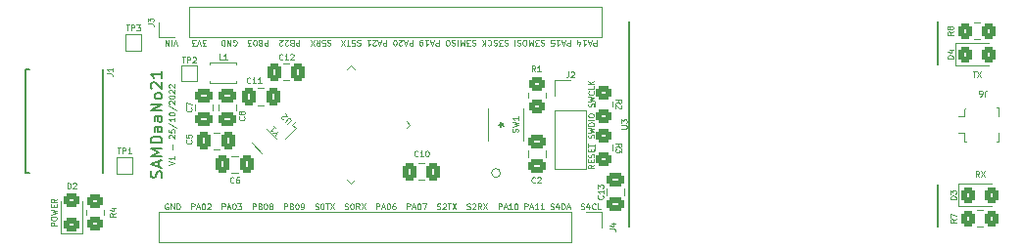
<source format=gto>
G04 #@! TF.GenerationSoftware,KiCad,Pcbnew,(6.0.9)*
G04 #@! TF.CreationDate,2023-02-20T10:33:00+01:00*
G04 #@! TF.ProjectId,FLWSB-SAMDaaNo21,464c5753-422d-4534-914d-4461614e6f32,1.0*
G04 #@! TF.SameCoordinates,Original*
G04 #@! TF.FileFunction,Legend,Top*
G04 #@! TF.FilePolarity,Positive*
%FSLAX46Y46*%
G04 Gerber Fmt 4.6, Leading zero omitted, Abs format (unit mm)*
G04 Created by KiCad (PCBNEW (6.0.9)) date 2023-02-20 10:33:00*
%MOMM*%
%LPD*%
G01*
G04 APERTURE LIST*
G04 Aperture macros list*
%AMRoundRect*
0 Rectangle with rounded corners*
0 $1 Rounding radius*
0 $2 $3 $4 $5 $6 $7 $8 $9 X,Y pos of 4 corners*
0 Add a 4 corners polygon primitive as box body*
4,1,4,$2,$3,$4,$5,$6,$7,$8,$9,$2,$3,0*
0 Add four circle primitives for the rounded corners*
1,1,$1+$1,$2,$3*
1,1,$1+$1,$4,$5*
1,1,$1+$1,$6,$7*
1,1,$1+$1,$8,$9*
0 Add four rect primitives between the rounded corners*
20,1,$1+$1,$2,$3,$4,$5,0*
20,1,$1+$1,$4,$5,$6,$7,0*
20,1,$1+$1,$6,$7,$8,$9,0*
20,1,$1+$1,$8,$9,$2,$3,0*%
%AMRotRect*
0 Rectangle, with rotation*
0 The origin of the aperture is its center*
0 $1 length*
0 $2 width*
0 $3 Rotation angle, in degrees counterclockwise*
0 Add horizontal line*
21,1,$1,$2,0,0,$3*%
G04 Aperture macros list end*
%ADD10C,0.100000*%
%ADD11C,0.150000*%
%ADD12C,0.120000*%
%ADD13C,0.200000*%
%ADD14RoundRect,0.250000X-0.337500X-0.475000X0.337500X-0.475000X0.337500X0.475000X-0.337500X0.475000X0*%
%ADD15R,1.000000X1.000000*%
%ADD16R,2.200000X1.050000*%
%ADD17R,0.990600X0.889000*%
%ADD18R,1.700000X1.700000*%
%ADD19O,1.700000X1.700000*%
%ADD20RoundRect,0.250000X-0.325000X-0.450000X0.325000X-0.450000X0.325000X0.450000X-0.325000X0.450000X0*%
%ADD21RoundRect,0.250000X-0.450000X0.350000X-0.450000X-0.350000X0.450000X-0.350000X0.450000X0.350000X0*%
%ADD22RoundRect,0.250000X0.475000X-0.337500X0.475000X0.337500X-0.475000X0.337500X-0.475000X-0.337500X0*%
%ADD23R,1.016000X1.524000*%
%ADD24R,1.524000X1.016000*%
%ADD25RoundRect,0.250000X0.450000X-0.350000X0.450000X0.350000X-0.450000X0.350000X-0.450000X-0.350000X0*%
%ADD26R,0.900000X1.000000*%
%ADD27RoundRect,0.250000X0.450000X-0.325000X0.450000X0.325000X-0.450000X0.325000X-0.450000X-0.325000X0*%
%ADD28RoundRect,0.075000X-0.415425X-0.521491X0.521491X0.415425X0.415425X0.521491X-0.521491X-0.415425X0*%
%ADD29RoundRect,0.075000X0.415425X-0.521491X0.521491X-0.415425X-0.415425X0.521491X-0.521491X0.415425X0*%
%ADD30RoundRect,0.250000X0.337500X0.475000X-0.337500X0.475000X-0.337500X-0.475000X0.337500X-0.475000X0*%
%ADD31RotRect,1.000000X1.800000X315.000000*%
%ADD32C,0.650000*%
%ADD33O,2.216000X1.108000*%
%ADD34RoundRect,0.250000X-0.350000X-0.450000X0.350000X-0.450000X0.350000X0.450000X-0.350000X0.450000X0*%
G04 APERTURE END LIST*
D10*
X132970034Y-71401809D02*
X132970034Y-71901809D01*
X132779558Y-71901809D01*
X132731939Y-71878000D01*
X132708129Y-71854190D01*
X132684320Y-71806571D01*
X132684320Y-71735142D01*
X132708129Y-71687523D01*
X132731939Y-71663714D01*
X132779558Y-71639904D01*
X132970034Y-71639904D01*
X132493843Y-71544666D02*
X132255748Y-71544666D01*
X132541462Y-71401809D02*
X132374796Y-71901809D01*
X132208129Y-71401809D01*
X131779558Y-71401809D02*
X132065272Y-71401809D01*
X131922415Y-71401809D02*
X131922415Y-71901809D01*
X131970034Y-71830380D01*
X132017653Y-71782761D01*
X132065272Y-71758952D01*
X131350986Y-71735142D02*
X131350986Y-71401809D01*
X131470034Y-71925619D02*
X131589082Y-71568476D01*
X131279558Y-71568476D01*
X130708129Y-71401809D02*
X130708129Y-71901809D01*
X130517653Y-71901809D01*
X130470034Y-71878000D01*
X130446224Y-71854190D01*
X130422415Y-71806571D01*
X130422415Y-71735142D01*
X130446224Y-71687523D01*
X130470034Y-71663714D01*
X130517653Y-71639904D01*
X130708129Y-71639904D01*
X130231939Y-71544666D02*
X129993843Y-71544666D01*
X130279558Y-71401809D02*
X130112891Y-71901809D01*
X129946224Y-71401809D01*
X129517653Y-71401809D02*
X129803367Y-71401809D01*
X129660510Y-71401809D02*
X129660510Y-71901809D01*
X129708129Y-71830380D01*
X129755748Y-71782761D01*
X129803367Y-71758952D01*
X129065272Y-71901809D02*
X129303367Y-71901809D01*
X129327177Y-71663714D01*
X129303367Y-71687523D01*
X129255748Y-71711333D01*
X129136701Y-71711333D01*
X129089082Y-71687523D01*
X129065272Y-71663714D01*
X129041462Y-71616095D01*
X129041462Y-71497047D01*
X129065272Y-71449428D01*
X129089082Y-71425619D01*
X129136701Y-71401809D01*
X129255748Y-71401809D01*
X129303367Y-71425619D01*
X129327177Y-71449428D01*
X128470034Y-71425619D02*
X128398605Y-71401809D01*
X128279558Y-71401809D01*
X128231939Y-71425619D01*
X128208129Y-71449428D01*
X128184320Y-71497047D01*
X128184320Y-71544666D01*
X128208129Y-71592285D01*
X128231939Y-71616095D01*
X128279558Y-71639904D01*
X128374796Y-71663714D01*
X128422415Y-71687523D01*
X128446224Y-71711333D01*
X128470034Y-71758952D01*
X128470034Y-71806571D01*
X128446224Y-71854190D01*
X128422415Y-71878000D01*
X128374796Y-71901809D01*
X128255748Y-71901809D01*
X128184320Y-71878000D01*
X128017653Y-71901809D02*
X127708129Y-71901809D01*
X127874796Y-71711333D01*
X127803367Y-71711333D01*
X127755748Y-71687523D01*
X127731939Y-71663714D01*
X127708129Y-71616095D01*
X127708129Y-71497047D01*
X127731939Y-71449428D01*
X127755748Y-71425619D01*
X127803367Y-71401809D01*
X127946224Y-71401809D01*
X127993843Y-71425619D01*
X128017653Y-71449428D01*
X127493843Y-71401809D02*
X127493843Y-71901809D01*
X127327177Y-71544666D01*
X127160510Y-71901809D01*
X127160510Y-71401809D01*
X126827177Y-71901809D02*
X126731939Y-71901809D01*
X126684320Y-71878000D01*
X126636701Y-71830380D01*
X126612891Y-71735142D01*
X126612891Y-71568476D01*
X126636701Y-71473238D01*
X126684320Y-71425619D01*
X126731939Y-71401809D01*
X126827177Y-71401809D01*
X126874796Y-71425619D01*
X126922415Y-71473238D01*
X126946224Y-71568476D01*
X126946224Y-71735142D01*
X126922415Y-71830380D01*
X126874796Y-71878000D01*
X126827177Y-71901809D01*
X126422415Y-71425619D02*
X126350986Y-71401809D01*
X126231939Y-71401809D01*
X126184320Y-71425619D01*
X126160510Y-71449428D01*
X126136701Y-71497047D01*
X126136701Y-71544666D01*
X126160510Y-71592285D01*
X126184320Y-71616095D01*
X126231939Y-71639904D01*
X126327177Y-71663714D01*
X126374796Y-71687523D01*
X126398605Y-71711333D01*
X126422415Y-71758952D01*
X126422415Y-71806571D01*
X126398605Y-71854190D01*
X126374796Y-71878000D01*
X126327177Y-71901809D01*
X126208129Y-71901809D01*
X126136701Y-71878000D01*
X125922415Y-71401809D02*
X125922415Y-71901809D01*
X125327177Y-71425619D02*
X125255748Y-71401809D01*
X125136701Y-71401809D01*
X125089082Y-71425619D01*
X125065272Y-71449428D01*
X125041462Y-71497047D01*
X125041462Y-71544666D01*
X125065272Y-71592285D01*
X125089082Y-71616095D01*
X125136701Y-71639904D01*
X125231939Y-71663714D01*
X125279558Y-71687523D01*
X125303367Y-71711333D01*
X125327177Y-71758952D01*
X125327177Y-71806571D01*
X125303367Y-71854190D01*
X125279558Y-71878000D01*
X125231939Y-71901809D01*
X125112891Y-71901809D01*
X125041462Y-71878000D01*
X124874796Y-71901809D02*
X124565272Y-71901809D01*
X124731939Y-71711333D01*
X124660510Y-71711333D01*
X124612891Y-71687523D01*
X124589082Y-71663714D01*
X124565272Y-71616095D01*
X124565272Y-71497047D01*
X124589082Y-71449428D01*
X124612891Y-71425619D01*
X124660510Y-71401809D01*
X124803367Y-71401809D01*
X124850986Y-71425619D01*
X124874796Y-71449428D01*
X124374796Y-71425619D02*
X124303367Y-71401809D01*
X124184320Y-71401809D01*
X124136701Y-71425619D01*
X124112891Y-71449428D01*
X124089082Y-71497047D01*
X124089082Y-71544666D01*
X124112891Y-71592285D01*
X124136701Y-71616095D01*
X124184320Y-71639904D01*
X124279558Y-71663714D01*
X124327177Y-71687523D01*
X124350986Y-71711333D01*
X124374796Y-71758952D01*
X124374796Y-71806571D01*
X124350986Y-71854190D01*
X124327177Y-71878000D01*
X124279558Y-71901809D01*
X124160510Y-71901809D01*
X124089082Y-71878000D01*
X123589082Y-71449428D02*
X123612891Y-71425619D01*
X123684320Y-71401809D01*
X123731939Y-71401809D01*
X123803367Y-71425619D01*
X123850986Y-71473238D01*
X123874796Y-71520857D01*
X123898605Y-71616095D01*
X123898605Y-71687523D01*
X123874796Y-71782761D01*
X123850986Y-71830380D01*
X123803367Y-71878000D01*
X123731939Y-71901809D01*
X123684320Y-71901809D01*
X123612891Y-71878000D01*
X123589082Y-71854190D01*
X123374796Y-71401809D02*
X123374796Y-71901809D01*
X123089082Y-71401809D02*
X123303367Y-71687523D01*
X123089082Y-71901809D02*
X123374796Y-71616095D01*
X122517653Y-71425619D02*
X122446224Y-71401809D01*
X122327177Y-71401809D01*
X122279558Y-71425619D01*
X122255748Y-71449428D01*
X122231939Y-71497047D01*
X122231939Y-71544666D01*
X122255748Y-71592285D01*
X122279558Y-71616095D01*
X122327177Y-71639904D01*
X122422415Y-71663714D01*
X122470034Y-71687523D01*
X122493843Y-71711333D01*
X122517653Y-71758952D01*
X122517653Y-71806571D01*
X122493843Y-71854190D01*
X122470034Y-71878000D01*
X122422415Y-71901809D01*
X122303367Y-71901809D01*
X122231939Y-71878000D01*
X122065272Y-71901809D02*
X121755748Y-71901809D01*
X121922415Y-71711333D01*
X121850986Y-71711333D01*
X121803367Y-71687523D01*
X121779558Y-71663714D01*
X121755748Y-71616095D01*
X121755748Y-71497047D01*
X121779558Y-71449428D01*
X121803367Y-71425619D01*
X121850986Y-71401809D01*
X121993843Y-71401809D01*
X122041462Y-71425619D01*
X122065272Y-71449428D01*
X121541462Y-71401809D02*
X121541462Y-71901809D01*
X121374796Y-71544666D01*
X121208129Y-71901809D01*
X121208129Y-71401809D01*
X120970034Y-71401809D02*
X120970034Y-71901809D01*
X120755748Y-71425619D02*
X120684320Y-71401809D01*
X120565272Y-71401809D01*
X120517653Y-71425619D01*
X120493843Y-71449428D01*
X120470034Y-71497047D01*
X120470034Y-71544666D01*
X120493843Y-71592285D01*
X120517653Y-71616095D01*
X120565272Y-71639904D01*
X120660510Y-71663714D01*
X120708129Y-71687523D01*
X120731939Y-71711333D01*
X120755748Y-71758952D01*
X120755748Y-71806571D01*
X120731939Y-71854190D01*
X120708129Y-71878000D01*
X120660510Y-71901809D01*
X120541462Y-71901809D01*
X120470034Y-71878000D01*
X120160510Y-71901809D02*
X120065272Y-71901809D01*
X120017653Y-71878000D01*
X119970034Y-71830380D01*
X119946224Y-71735142D01*
X119946224Y-71568476D01*
X119970034Y-71473238D01*
X120017653Y-71425619D01*
X120065272Y-71401809D01*
X120160510Y-71401809D01*
X120208129Y-71425619D01*
X120255748Y-71473238D01*
X120279558Y-71568476D01*
X120279558Y-71735142D01*
X120255748Y-71830380D01*
X120208129Y-71878000D01*
X120160510Y-71901809D01*
X119350986Y-71401809D02*
X119350986Y-71901809D01*
X119160510Y-71901809D01*
X119112891Y-71878000D01*
X119089082Y-71854190D01*
X119065272Y-71806571D01*
X119065272Y-71735142D01*
X119089082Y-71687523D01*
X119112891Y-71663714D01*
X119160510Y-71639904D01*
X119350986Y-71639904D01*
X118874796Y-71544666D02*
X118636701Y-71544666D01*
X118922415Y-71401809D02*
X118755748Y-71901809D01*
X118589082Y-71401809D01*
X118160510Y-71401809D02*
X118446224Y-71401809D01*
X118303367Y-71401809D02*
X118303367Y-71901809D01*
X118350986Y-71830380D01*
X118398605Y-71782761D01*
X118446224Y-71758952D01*
X117922415Y-71401809D02*
X117827177Y-71401809D01*
X117779558Y-71425619D01*
X117755748Y-71449428D01*
X117708129Y-71520857D01*
X117684320Y-71616095D01*
X117684320Y-71806571D01*
X117708129Y-71854190D01*
X117731939Y-71878000D01*
X117779558Y-71901809D01*
X117874796Y-71901809D01*
X117922415Y-71878000D01*
X117946224Y-71854190D01*
X117970034Y-71806571D01*
X117970034Y-71687523D01*
X117946224Y-71639904D01*
X117922415Y-71616095D01*
X117874796Y-71592285D01*
X117779558Y-71592285D01*
X117731939Y-71616095D01*
X117708129Y-71639904D01*
X117684320Y-71687523D01*
X117089082Y-71401809D02*
X117089082Y-71901809D01*
X116898605Y-71901809D01*
X116850986Y-71878000D01*
X116827177Y-71854190D01*
X116803367Y-71806571D01*
X116803367Y-71735142D01*
X116827177Y-71687523D01*
X116850986Y-71663714D01*
X116898605Y-71639904D01*
X117089082Y-71639904D01*
X116612891Y-71544666D02*
X116374796Y-71544666D01*
X116660510Y-71401809D02*
X116493843Y-71901809D01*
X116327177Y-71401809D01*
X116184320Y-71854190D02*
X116160510Y-71878000D01*
X116112891Y-71901809D01*
X115993843Y-71901809D01*
X115946224Y-71878000D01*
X115922415Y-71854190D01*
X115898605Y-71806571D01*
X115898605Y-71758952D01*
X115922415Y-71687523D01*
X116208129Y-71401809D01*
X115898605Y-71401809D01*
X115589082Y-71901809D02*
X115541462Y-71901809D01*
X115493843Y-71878000D01*
X115470034Y-71854190D01*
X115446224Y-71806571D01*
X115422415Y-71711333D01*
X115422415Y-71592285D01*
X115446224Y-71497047D01*
X115470034Y-71449428D01*
X115493843Y-71425619D01*
X115541462Y-71401809D01*
X115589082Y-71401809D01*
X115636701Y-71425619D01*
X115660510Y-71449428D01*
X115684320Y-71497047D01*
X115708129Y-71592285D01*
X115708129Y-71711333D01*
X115684320Y-71806571D01*
X115660510Y-71854190D01*
X115636701Y-71878000D01*
X115589082Y-71901809D01*
X114827177Y-71401809D02*
X114827177Y-71901809D01*
X114636701Y-71901809D01*
X114589082Y-71878000D01*
X114565272Y-71854190D01*
X114541462Y-71806571D01*
X114541462Y-71735142D01*
X114565272Y-71687523D01*
X114589082Y-71663714D01*
X114636701Y-71639904D01*
X114827177Y-71639904D01*
X114350986Y-71544666D02*
X114112891Y-71544666D01*
X114398605Y-71401809D02*
X114231939Y-71901809D01*
X114065272Y-71401809D01*
X113922415Y-71854190D02*
X113898605Y-71878000D01*
X113850986Y-71901809D01*
X113731939Y-71901809D01*
X113684320Y-71878000D01*
X113660510Y-71854190D01*
X113636701Y-71806571D01*
X113636701Y-71758952D01*
X113660510Y-71687523D01*
X113946224Y-71401809D01*
X113636701Y-71401809D01*
X113160510Y-71401809D02*
X113446224Y-71401809D01*
X113303367Y-71401809D02*
X113303367Y-71901809D01*
X113350986Y-71830380D01*
X113398605Y-71782761D01*
X113446224Y-71758952D01*
X112589082Y-71425619D02*
X112517653Y-71401809D01*
X112398605Y-71401809D01*
X112350986Y-71425619D01*
X112327177Y-71449428D01*
X112303367Y-71497047D01*
X112303367Y-71544666D01*
X112327177Y-71592285D01*
X112350986Y-71616095D01*
X112398605Y-71639904D01*
X112493843Y-71663714D01*
X112541462Y-71687523D01*
X112565272Y-71711333D01*
X112589082Y-71758952D01*
X112589082Y-71806571D01*
X112565272Y-71854190D01*
X112541462Y-71878000D01*
X112493843Y-71901809D01*
X112374796Y-71901809D01*
X112303367Y-71878000D01*
X111850986Y-71901809D02*
X112089082Y-71901809D01*
X112112891Y-71663714D01*
X112089082Y-71687523D01*
X112041462Y-71711333D01*
X111922415Y-71711333D01*
X111874796Y-71687523D01*
X111850986Y-71663714D01*
X111827177Y-71616095D01*
X111827177Y-71497047D01*
X111850986Y-71449428D01*
X111874796Y-71425619D01*
X111922415Y-71401809D01*
X112041462Y-71401809D01*
X112089082Y-71425619D01*
X112112891Y-71449428D01*
X111684320Y-71901809D02*
X111398605Y-71901809D01*
X111541462Y-71401809D02*
X111541462Y-71901809D01*
X111279558Y-71901809D02*
X110946224Y-71401809D01*
X110946224Y-71901809D02*
X111279558Y-71401809D01*
X110017653Y-71425619D02*
X109946224Y-71401809D01*
X109827177Y-71401809D01*
X109779558Y-71425619D01*
X109755748Y-71449428D01*
X109731939Y-71497047D01*
X109731939Y-71544666D01*
X109755748Y-71592285D01*
X109779558Y-71616095D01*
X109827177Y-71639904D01*
X109922415Y-71663714D01*
X109970034Y-71687523D01*
X109993843Y-71711333D01*
X110017653Y-71758952D01*
X110017653Y-71806571D01*
X109993843Y-71854190D01*
X109970034Y-71878000D01*
X109922415Y-71901809D01*
X109803367Y-71901809D01*
X109731939Y-71878000D01*
X109279558Y-71901809D02*
X109517653Y-71901809D01*
X109541462Y-71663714D01*
X109517653Y-71687523D01*
X109470034Y-71711333D01*
X109350986Y-71711333D01*
X109303367Y-71687523D01*
X109279558Y-71663714D01*
X109255748Y-71616095D01*
X109255748Y-71497047D01*
X109279558Y-71449428D01*
X109303367Y-71425619D01*
X109350986Y-71401809D01*
X109470034Y-71401809D01*
X109517653Y-71425619D01*
X109541462Y-71449428D01*
X108755748Y-71401809D02*
X108922415Y-71639904D01*
X109041462Y-71401809D02*
X109041462Y-71901809D01*
X108850986Y-71901809D01*
X108803367Y-71878000D01*
X108779558Y-71854190D01*
X108755748Y-71806571D01*
X108755748Y-71735142D01*
X108779558Y-71687523D01*
X108803367Y-71663714D01*
X108850986Y-71639904D01*
X109041462Y-71639904D01*
X108589082Y-71901809D02*
X108255748Y-71401809D01*
X108255748Y-71901809D02*
X108589082Y-71401809D01*
X107303367Y-71401809D02*
X107303367Y-71901809D01*
X107112891Y-71901809D01*
X107065272Y-71878000D01*
X107041462Y-71854190D01*
X107017653Y-71806571D01*
X107017653Y-71735142D01*
X107041462Y-71687523D01*
X107065272Y-71663714D01*
X107112891Y-71639904D01*
X107303367Y-71639904D01*
X106636701Y-71663714D02*
X106565272Y-71639904D01*
X106541462Y-71616095D01*
X106517653Y-71568476D01*
X106517653Y-71497047D01*
X106541462Y-71449428D01*
X106565272Y-71425619D01*
X106612891Y-71401809D01*
X106803367Y-71401809D01*
X106803367Y-71901809D01*
X106636701Y-71901809D01*
X106589082Y-71878000D01*
X106565272Y-71854190D01*
X106541462Y-71806571D01*
X106541462Y-71758952D01*
X106565272Y-71711333D01*
X106589082Y-71687523D01*
X106636701Y-71663714D01*
X106803367Y-71663714D01*
X106327177Y-71854190D02*
X106303367Y-71878000D01*
X106255748Y-71901809D01*
X106136701Y-71901809D01*
X106089082Y-71878000D01*
X106065272Y-71854190D01*
X106041462Y-71806571D01*
X106041462Y-71758952D01*
X106065272Y-71687523D01*
X106350986Y-71401809D01*
X106041462Y-71401809D01*
X105850986Y-71854190D02*
X105827177Y-71878000D01*
X105779558Y-71901809D01*
X105660510Y-71901809D01*
X105612891Y-71878000D01*
X105589082Y-71854190D01*
X105565272Y-71806571D01*
X105565272Y-71758952D01*
X105589082Y-71687523D01*
X105874796Y-71401809D01*
X105565272Y-71401809D01*
X104589082Y-71401809D02*
X104589082Y-71901809D01*
X104398605Y-71901809D01*
X104350986Y-71878000D01*
X104327177Y-71854190D01*
X104303367Y-71806571D01*
X104303367Y-71735142D01*
X104327177Y-71687523D01*
X104350986Y-71663714D01*
X104398605Y-71639904D01*
X104589082Y-71639904D01*
X103922415Y-71663714D02*
X103850986Y-71639904D01*
X103827177Y-71616095D01*
X103803367Y-71568476D01*
X103803367Y-71497047D01*
X103827177Y-71449428D01*
X103850986Y-71425619D01*
X103898605Y-71401809D01*
X104089082Y-71401809D01*
X104089082Y-71901809D01*
X103922415Y-71901809D01*
X103874796Y-71878000D01*
X103850986Y-71854190D01*
X103827177Y-71806571D01*
X103827177Y-71758952D01*
X103850986Y-71711333D01*
X103874796Y-71687523D01*
X103922415Y-71663714D01*
X104089082Y-71663714D01*
X103493843Y-71901809D02*
X103446224Y-71901809D01*
X103398605Y-71878000D01*
X103374796Y-71854190D01*
X103350986Y-71806571D01*
X103327177Y-71711333D01*
X103327177Y-71592285D01*
X103350986Y-71497047D01*
X103374796Y-71449428D01*
X103398605Y-71425619D01*
X103446224Y-71401809D01*
X103493843Y-71401809D01*
X103541462Y-71425619D01*
X103565272Y-71449428D01*
X103589082Y-71497047D01*
X103612891Y-71592285D01*
X103612891Y-71711333D01*
X103589082Y-71806571D01*
X103565272Y-71854190D01*
X103541462Y-71878000D01*
X103493843Y-71901809D01*
X103160510Y-71901809D02*
X102850986Y-71901809D01*
X103017653Y-71711333D01*
X102946224Y-71711333D01*
X102898605Y-71687523D01*
X102874796Y-71663714D01*
X102850986Y-71616095D01*
X102850986Y-71497047D01*
X102874796Y-71449428D01*
X102898605Y-71425619D01*
X102946224Y-71401809D01*
X103089082Y-71401809D01*
X103136701Y-71425619D01*
X103160510Y-71449428D01*
X101612891Y-71878000D02*
X101660510Y-71901809D01*
X101731939Y-71901809D01*
X101803367Y-71878000D01*
X101850986Y-71830380D01*
X101874796Y-71782761D01*
X101898605Y-71687523D01*
X101898605Y-71616095D01*
X101874796Y-71520857D01*
X101850986Y-71473238D01*
X101803367Y-71425619D01*
X101731939Y-71401809D01*
X101684320Y-71401809D01*
X101612891Y-71425619D01*
X101589082Y-71449428D01*
X101589082Y-71616095D01*
X101684320Y-71616095D01*
X101374796Y-71401809D02*
X101374796Y-71901809D01*
X101089082Y-71401809D01*
X101089082Y-71901809D01*
X100850986Y-71401809D02*
X100850986Y-71901809D01*
X100731939Y-71901809D01*
X100660510Y-71878000D01*
X100612891Y-71830380D01*
X100589082Y-71782761D01*
X100565272Y-71687523D01*
X100565272Y-71616095D01*
X100589082Y-71520857D01*
X100612891Y-71473238D01*
X100660510Y-71425619D01*
X100731939Y-71401809D01*
X100850986Y-71401809D01*
X99255748Y-71901809D02*
X98946224Y-71901809D01*
X99112891Y-71711333D01*
X99041462Y-71711333D01*
X98993843Y-71687523D01*
X98970034Y-71663714D01*
X98946224Y-71616095D01*
X98946224Y-71497047D01*
X98970034Y-71449428D01*
X98993843Y-71425619D01*
X99041462Y-71401809D01*
X99184320Y-71401809D01*
X99231939Y-71425619D01*
X99255748Y-71449428D01*
X98803367Y-71901809D02*
X98636701Y-71401809D01*
X98470034Y-71901809D01*
X98350986Y-71901809D02*
X98041462Y-71901809D01*
X98208129Y-71711333D01*
X98136701Y-71711333D01*
X98089082Y-71687523D01*
X98065272Y-71663714D01*
X98041462Y-71616095D01*
X98041462Y-71497047D01*
X98065272Y-71449428D01*
X98089082Y-71425619D01*
X98136701Y-71401809D01*
X98279558Y-71401809D01*
X98327177Y-71425619D01*
X98350986Y-71449428D01*
X96755748Y-71901809D02*
X96589082Y-71401809D01*
X96422415Y-71901809D01*
X96255748Y-71401809D02*
X96255748Y-71901809D01*
X96017653Y-71401809D02*
X96017653Y-71901809D01*
X95731939Y-71401809D01*
X95731939Y-71901809D01*
D11*
X95400761Y-83344047D02*
X95448380Y-83201190D01*
X95448380Y-82963095D01*
X95400761Y-82867857D01*
X95353142Y-82820238D01*
X95257904Y-82772619D01*
X95162666Y-82772619D01*
X95067428Y-82820238D01*
X95019809Y-82867857D01*
X94972190Y-82963095D01*
X94924571Y-83153571D01*
X94876952Y-83248809D01*
X94829333Y-83296428D01*
X94734095Y-83344047D01*
X94638857Y-83344047D01*
X94543619Y-83296428D01*
X94496000Y-83248809D01*
X94448380Y-83153571D01*
X94448380Y-82915476D01*
X94496000Y-82772619D01*
X95162666Y-82391666D02*
X95162666Y-81915476D01*
X95448380Y-82486904D02*
X94448380Y-82153571D01*
X95448380Y-81820238D01*
X95448380Y-81486904D02*
X94448380Y-81486904D01*
X95162666Y-81153571D01*
X94448380Y-80820238D01*
X95448380Y-80820238D01*
X95448380Y-80344047D02*
X94448380Y-80344047D01*
X94448380Y-80105952D01*
X94496000Y-79963095D01*
X94591238Y-79867857D01*
X94686476Y-79820238D01*
X94876952Y-79772619D01*
X95019809Y-79772619D01*
X95210285Y-79820238D01*
X95305523Y-79867857D01*
X95400761Y-79963095D01*
X95448380Y-80105952D01*
X95448380Y-80344047D01*
X95448380Y-78915476D02*
X94924571Y-78915476D01*
X94829333Y-78963095D01*
X94781714Y-79058333D01*
X94781714Y-79248809D01*
X94829333Y-79344047D01*
X95400761Y-78915476D02*
X95448380Y-79010714D01*
X95448380Y-79248809D01*
X95400761Y-79344047D01*
X95305523Y-79391666D01*
X95210285Y-79391666D01*
X95115047Y-79344047D01*
X95067428Y-79248809D01*
X95067428Y-79010714D01*
X95019809Y-78915476D01*
X95448380Y-78010714D02*
X94924571Y-78010714D01*
X94829333Y-78058333D01*
X94781714Y-78153571D01*
X94781714Y-78344047D01*
X94829333Y-78439285D01*
X95400761Y-78010714D02*
X95448380Y-78105952D01*
X95448380Y-78344047D01*
X95400761Y-78439285D01*
X95305523Y-78486904D01*
X95210285Y-78486904D01*
X95115047Y-78439285D01*
X95067428Y-78344047D01*
X95067428Y-78105952D01*
X95019809Y-78010714D01*
X95448380Y-77534523D02*
X94448380Y-77534523D01*
X95448380Y-76963095D01*
X94448380Y-76963095D01*
X95448380Y-76344047D02*
X95400761Y-76439285D01*
X95353142Y-76486904D01*
X95257904Y-76534523D01*
X94972190Y-76534523D01*
X94876952Y-76486904D01*
X94829333Y-76439285D01*
X94781714Y-76344047D01*
X94781714Y-76201190D01*
X94829333Y-76105952D01*
X94876952Y-76058333D01*
X94972190Y-76010714D01*
X95257904Y-76010714D01*
X95353142Y-76058333D01*
X95400761Y-76105952D01*
X95448380Y-76201190D01*
X95448380Y-76344047D01*
X94543619Y-75629761D02*
X94496000Y-75582142D01*
X94448380Y-75486904D01*
X94448380Y-75248809D01*
X94496000Y-75153571D01*
X94543619Y-75105952D01*
X94638857Y-75058333D01*
X94734095Y-75058333D01*
X94876952Y-75105952D01*
X95448380Y-75677380D01*
X95448380Y-75058333D01*
X95448380Y-74105952D02*
X95448380Y-74677380D01*
X95448380Y-74391666D02*
X94448380Y-74391666D01*
X94591238Y-74486904D01*
X94686476Y-74582142D01*
X94734095Y-74677380D01*
D10*
X95949952Y-85602000D02*
X95902333Y-85578190D01*
X95830904Y-85578190D01*
X95759476Y-85602000D01*
X95711857Y-85649619D01*
X95688047Y-85697238D01*
X95664238Y-85792476D01*
X95664238Y-85863904D01*
X95688047Y-85959142D01*
X95711857Y-86006761D01*
X95759476Y-86054380D01*
X95830904Y-86078190D01*
X95878523Y-86078190D01*
X95949952Y-86054380D01*
X95973761Y-86030571D01*
X95973761Y-85863904D01*
X95878523Y-85863904D01*
X96188047Y-86078190D02*
X96188047Y-85578190D01*
X96473761Y-86078190D01*
X96473761Y-85578190D01*
X96711857Y-86078190D02*
X96711857Y-85578190D01*
X96830904Y-85578190D01*
X96902333Y-85602000D01*
X96949952Y-85649619D01*
X96973761Y-85697238D01*
X96997571Y-85792476D01*
X96997571Y-85863904D01*
X96973761Y-85959142D01*
X96949952Y-86006761D01*
X96902333Y-86054380D01*
X96830904Y-86078190D01*
X96711857Y-86078190D01*
X97973761Y-86078190D02*
X97973761Y-85578190D01*
X98164238Y-85578190D01*
X98211857Y-85602000D01*
X98235666Y-85625809D01*
X98259476Y-85673428D01*
X98259476Y-85744857D01*
X98235666Y-85792476D01*
X98211857Y-85816285D01*
X98164238Y-85840095D01*
X97973761Y-85840095D01*
X98449952Y-85935333D02*
X98688047Y-85935333D01*
X98402333Y-86078190D02*
X98569000Y-85578190D01*
X98735666Y-86078190D01*
X98997571Y-85578190D02*
X99045190Y-85578190D01*
X99092809Y-85602000D01*
X99116619Y-85625809D01*
X99140428Y-85673428D01*
X99164238Y-85768666D01*
X99164238Y-85887714D01*
X99140428Y-85982952D01*
X99116619Y-86030571D01*
X99092809Y-86054380D01*
X99045190Y-86078190D01*
X98997571Y-86078190D01*
X98949952Y-86054380D01*
X98926142Y-86030571D01*
X98902333Y-85982952D01*
X98878523Y-85887714D01*
X98878523Y-85768666D01*
X98902333Y-85673428D01*
X98926142Y-85625809D01*
X98949952Y-85602000D01*
X98997571Y-85578190D01*
X99354714Y-85625809D02*
X99378523Y-85602000D01*
X99426142Y-85578190D01*
X99545190Y-85578190D01*
X99592809Y-85602000D01*
X99616619Y-85625809D01*
X99640428Y-85673428D01*
X99640428Y-85721047D01*
X99616619Y-85792476D01*
X99330904Y-86078190D01*
X99640428Y-86078190D01*
X100616619Y-86078190D02*
X100616619Y-85578190D01*
X100807095Y-85578190D01*
X100854714Y-85602000D01*
X100878523Y-85625809D01*
X100902333Y-85673428D01*
X100902333Y-85744857D01*
X100878523Y-85792476D01*
X100854714Y-85816285D01*
X100807095Y-85840095D01*
X100616619Y-85840095D01*
X101092809Y-85935333D02*
X101330904Y-85935333D01*
X101045190Y-86078190D02*
X101211857Y-85578190D01*
X101378523Y-86078190D01*
X101640428Y-85578190D02*
X101688047Y-85578190D01*
X101735666Y-85602000D01*
X101759476Y-85625809D01*
X101783285Y-85673428D01*
X101807095Y-85768666D01*
X101807095Y-85887714D01*
X101783285Y-85982952D01*
X101759476Y-86030571D01*
X101735666Y-86054380D01*
X101688047Y-86078190D01*
X101640428Y-86078190D01*
X101592809Y-86054380D01*
X101569000Y-86030571D01*
X101545190Y-85982952D01*
X101521380Y-85887714D01*
X101521380Y-85768666D01*
X101545190Y-85673428D01*
X101569000Y-85625809D01*
X101592809Y-85602000D01*
X101640428Y-85578190D01*
X101973761Y-85578190D02*
X102283285Y-85578190D01*
X102116619Y-85768666D01*
X102188047Y-85768666D01*
X102235666Y-85792476D01*
X102259476Y-85816285D01*
X102283285Y-85863904D01*
X102283285Y-85982952D01*
X102259476Y-86030571D01*
X102235666Y-86054380D01*
X102188047Y-86078190D01*
X102045190Y-86078190D01*
X101997571Y-86054380D01*
X101973761Y-86030571D01*
X103259476Y-86078190D02*
X103259476Y-85578190D01*
X103449952Y-85578190D01*
X103497571Y-85602000D01*
X103521380Y-85625809D01*
X103545190Y-85673428D01*
X103545190Y-85744857D01*
X103521380Y-85792476D01*
X103497571Y-85816285D01*
X103449952Y-85840095D01*
X103259476Y-85840095D01*
X103926142Y-85816285D02*
X103997571Y-85840095D01*
X104021380Y-85863904D01*
X104045190Y-85911523D01*
X104045190Y-85982952D01*
X104021380Y-86030571D01*
X103997571Y-86054380D01*
X103949952Y-86078190D01*
X103759476Y-86078190D01*
X103759476Y-85578190D01*
X103926142Y-85578190D01*
X103973761Y-85602000D01*
X103997571Y-85625809D01*
X104021380Y-85673428D01*
X104021380Y-85721047D01*
X103997571Y-85768666D01*
X103973761Y-85792476D01*
X103926142Y-85816285D01*
X103759476Y-85816285D01*
X104354714Y-85578190D02*
X104402333Y-85578190D01*
X104449952Y-85602000D01*
X104473761Y-85625809D01*
X104497571Y-85673428D01*
X104521380Y-85768666D01*
X104521380Y-85887714D01*
X104497571Y-85982952D01*
X104473761Y-86030571D01*
X104449952Y-86054380D01*
X104402333Y-86078190D01*
X104354714Y-86078190D01*
X104307095Y-86054380D01*
X104283285Y-86030571D01*
X104259476Y-85982952D01*
X104235666Y-85887714D01*
X104235666Y-85768666D01*
X104259476Y-85673428D01*
X104283285Y-85625809D01*
X104307095Y-85602000D01*
X104354714Y-85578190D01*
X104807095Y-85792476D02*
X104759476Y-85768666D01*
X104735666Y-85744857D01*
X104711857Y-85697238D01*
X104711857Y-85673428D01*
X104735666Y-85625809D01*
X104759476Y-85602000D01*
X104807095Y-85578190D01*
X104902333Y-85578190D01*
X104949952Y-85602000D01*
X104973761Y-85625809D01*
X104997571Y-85673428D01*
X104997571Y-85697238D01*
X104973761Y-85744857D01*
X104949952Y-85768666D01*
X104902333Y-85792476D01*
X104807095Y-85792476D01*
X104759476Y-85816285D01*
X104735666Y-85840095D01*
X104711857Y-85887714D01*
X104711857Y-85982952D01*
X104735666Y-86030571D01*
X104759476Y-86054380D01*
X104807095Y-86078190D01*
X104902333Y-86078190D01*
X104949952Y-86054380D01*
X104973761Y-86030571D01*
X104997571Y-85982952D01*
X104997571Y-85887714D01*
X104973761Y-85840095D01*
X104949952Y-85816285D01*
X104902333Y-85792476D01*
X105973761Y-86078190D02*
X105973761Y-85578190D01*
X106164238Y-85578190D01*
X106211857Y-85602000D01*
X106235666Y-85625809D01*
X106259476Y-85673428D01*
X106259476Y-85744857D01*
X106235666Y-85792476D01*
X106211857Y-85816285D01*
X106164238Y-85840095D01*
X105973761Y-85840095D01*
X106640428Y-85816285D02*
X106711857Y-85840095D01*
X106735666Y-85863904D01*
X106759476Y-85911523D01*
X106759476Y-85982952D01*
X106735666Y-86030571D01*
X106711857Y-86054380D01*
X106664238Y-86078190D01*
X106473761Y-86078190D01*
X106473761Y-85578190D01*
X106640428Y-85578190D01*
X106688047Y-85602000D01*
X106711857Y-85625809D01*
X106735666Y-85673428D01*
X106735666Y-85721047D01*
X106711857Y-85768666D01*
X106688047Y-85792476D01*
X106640428Y-85816285D01*
X106473761Y-85816285D01*
X107069000Y-85578190D02*
X107116619Y-85578190D01*
X107164238Y-85602000D01*
X107188047Y-85625809D01*
X107211857Y-85673428D01*
X107235666Y-85768666D01*
X107235666Y-85887714D01*
X107211857Y-85982952D01*
X107188047Y-86030571D01*
X107164238Y-86054380D01*
X107116619Y-86078190D01*
X107069000Y-86078190D01*
X107021380Y-86054380D01*
X106997571Y-86030571D01*
X106973761Y-85982952D01*
X106949952Y-85887714D01*
X106949952Y-85768666D01*
X106973761Y-85673428D01*
X106997571Y-85625809D01*
X107021380Y-85602000D01*
X107069000Y-85578190D01*
X107473761Y-86078190D02*
X107569000Y-86078190D01*
X107616619Y-86054380D01*
X107640428Y-86030571D01*
X107688047Y-85959142D01*
X107711857Y-85863904D01*
X107711857Y-85673428D01*
X107688047Y-85625809D01*
X107664238Y-85602000D01*
X107616619Y-85578190D01*
X107521380Y-85578190D01*
X107473761Y-85602000D01*
X107449952Y-85625809D01*
X107426142Y-85673428D01*
X107426142Y-85792476D01*
X107449952Y-85840095D01*
X107473761Y-85863904D01*
X107521380Y-85887714D01*
X107616619Y-85887714D01*
X107664238Y-85863904D01*
X107688047Y-85840095D01*
X107711857Y-85792476D01*
X108664238Y-86054380D02*
X108735666Y-86078190D01*
X108854714Y-86078190D01*
X108902333Y-86054380D01*
X108926142Y-86030571D01*
X108949952Y-85982952D01*
X108949952Y-85935333D01*
X108926142Y-85887714D01*
X108902333Y-85863904D01*
X108854714Y-85840095D01*
X108759476Y-85816285D01*
X108711857Y-85792476D01*
X108688047Y-85768666D01*
X108664238Y-85721047D01*
X108664238Y-85673428D01*
X108688047Y-85625809D01*
X108711857Y-85602000D01*
X108759476Y-85578190D01*
X108878523Y-85578190D01*
X108949952Y-85602000D01*
X109259476Y-85578190D02*
X109307095Y-85578190D01*
X109354714Y-85602000D01*
X109378523Y-85625809D01*
X109402333Y-85673428D01*
X109426142Y-85768666D01*
X109426142Y-85887714D01*
X109402333Y-85982952D01*
X109378523Y-86030571D01*
X109354714Y-86054380D01*
X109307095Y-86078190D01*
X109259476Y-86078190D01*
X109211857Y-86054380D01*
X109188047Y-86030571D01*
X109164238Y-85982952D01*
X109140428Y-85887714D01*
X109140428Y-85768666D01*
X109164238Y-85673428D01*
X109188047Y-85625809D01*
X109211857Y-85602000D01*
X109259476Y-85578190D01*
X109569000Y-85578190D02*
X109854714Y-85578190D01*
X109711857Y-86078190D02*
X109711857Y-85578190D01*
X109973761Y-85578190D02*
X110307095Y-86078190D01*
X110307095Y-85578190D02*
X109973761Y-86078190D01*
X111235666Y-86054380D02*
X111307095Y-86078190D01*
X111426142Y-86078190D01*
X111473761Y-86054380D01*
X111497571Y-86030571D01*
X111521380Y-85982952D01*
X111521380Y-85935333D01*
X111497571Y-85887714D01*
X111473761Y-85863904D01*
X111426142Y-85840095D01*
X111330904Y-85816285D01*
X111283285Y-85792476D01*
X111259476Y-85768666D01*
X111235666Y-85721047D01*
X111235666Y-85673428D01*
X111259476Y-85625809D01*
X111283285Y-85602000D01*
X111330904Y-85578190D01*
X111449952Y-85578190D01*
X111521380Y-85602000D01*
X111830904Y-85578190D02*
X111878523Y-85578190D01*
X111926142Y-85602000D01*
X111949952Y-85625809D01*
X111973761Y-85673428D01*
X111997571Y-85768666D01*
X111997571Y-85887714D01*
X111973761Y-85982952D01*
X111949952Y-86030571D01*
X111926142Y-86054380D01*
X111878523Y-86078190D01*
X111830904Y-86078190D01*
X111783285Y-86054380D01*
X111759476Y-86030571D01*
X111735666Y-85982952D01*
X111711857Y-85887714D01*
X111711857Y-85768666D01*
X111735666Y-85673428D01*
X111759476Y-85625809D01*
X111783285Y-85602000D01*
X111830904Y-85578190D01*
X112497571Y-86078190D02*
X112330904Y-85840095D01*
X112211857Y-86078190D02*
X112211857Y-85578190D01*
X112402333Y-85578190D01*
X112449952Y-85602000D01*
X112473761Y-85625809D01*
X112497571Y-85673428D01*
X112497571Y-85744857D01*
X112473761Y-85792476D01*
X112449952Y-85816285D01*
X112402333Y-85840095D01*
X112211857Y-85840095D01*
X112664238Y-85578190D02*
X112997571Y-86078190D01*
X112997571Y-85578190D02*
X112664238Y-86078190D01*
X113949952Y-86078190D02*
X113949952Y-85578190D01*
X114140428Y-85578190D01*
X114188047Y-85602000D01*
X114211857Y-85625809D01*
X114235666Y-85673428D01*
X114235666Y-85744857D01*
X114211857Y-85792476D01*
X114188047Y-85816285D01*
X114140428Y-85840095D01*
X113949952Y-85840095D01*
X114426142Y-85935333D02*
X114664238Y-85935333D01*
X114378523Y-86078190D02*
X114545190Y-85578190D01*
X114711857Y-86078190D01*
X114973761Y-85578190D02*
X115021380Y-85578190D01*
X115069000Y-85602000D01*
X115092809Y-85625809D01*
X115116619Y-85673428D01*
X115140428Y-85768666D01*
X115140428Y-85887714D01*
X115116619Y-85982952D01*
X115092809Y-86030571D01*
X115069000Y-86054380D01*
X115021380Y-86078190D01*
X114973761Y-86078190D01*
X114926142Y-86054380D01*
X114902333Y-86030571D01*
X114878523Y-85982952D01*
X114854714Y-85887714D01*
X114854714Y-85768666D01*
X114878523Y-85673428D01*
X114902333Y-85625809D01*
X114926142Y-85602000D01*
X114973761Y-85578190D01*
X115569000Y-85578190D02*
X115473761Y-85578190D01*
X115426142Y-85602000D01*
X115402333Y-85625809D01*
X115354714Y-85697238D01*
X115330904Y-85792476D01*
X115330904Y-85982952D01*
X115354714Y-86030571D01*
X115378523Y-86054380D01*
X115426142Y-86078190D01*
X115521380Y-86078190D01*
X115569000Y-86054380D01*
X115592809Y-86030571D01*
X115616619Y-85982952D01*
X115616619Y-85863904D01*
X115592809Y-85816285D01*
X115569000Y-85792476D01*
X115521380Y-85768666D01*
X115426142Y-85768666D01*
X115378523Y-85792476D01*
X115354714Y-85816285D01*
X115330904Y-85863904D01*
X116592809Y-86078190D02*
X116592809Y-85578190D01*
X116783285Y-85578190D01*
X116830904Y-85602000D01*
X116854714Y-85625809D01*
X116878523Y-85673428D01*
X116878523Y-85744857D01*
X116854714Y-85792476D01*
X116830904Y-85816285D01*
X116783285Y-85840095D01*
X116592809Y-85840095D01*
X117069000Y-85935333D02*
X117307095Y-85935333D01*
X117021380Y-86078190D02*
X117188047Y-85578190D01*
X117354714Y-86078190D01*
X117616619Y-85578190D02*
X117664238Y-85578190D01*
X117711857Y-85602000D01*
X117735666Y-85625809D01*
X117759476Y-85673428D01*
X117783285Y-85768666D01*
X117783285Y-85887714D01*
X117759476Y-85982952D01*
X117735666Y-86030571D01*
X117711857Y-86054380D01*
X117664238Y-86078190D01*
X117616619Y-86078190D01*
X117569000Y-86054380D01*
X117545190Y-86030571D01*
X117521380Y-85982952D01*
X117497571Y-85887714D01*
X117497571Y-85768666D01*
X117521380Y-85673428D01*
X117545190Y-85625809D01*
X117569000Y-85602000D01*
X117616619Y-85578190D01*
X117949952Y-85578190D02*
X118283285Y-85578190D01*
X118069000Y-86078190D01*
X119211857Y-86054380D02*
X119283285Y-86078190D01*
X119402333Y-86078190D01*
X119449952Y-86054380D01*
X119473761Y-86030571D01*
X119497571Y-85982952D01*
X119497571Y-85935333D01*
X119473761Y-85887714D01*
X119449952Y-85863904D01*
X119402333Y-85840095D01*
X119307095Y-85816285D01*
X119259476Y-85792476D01*
X119235666Y-85768666D01*
X119211857Y-85721047D01*
X119211857Y-85673428D01*
X119235666Y-85625809D01*
X119259476Y-85602000D01*
X119307095Y-85578190D01*
X119426142Y-85578190D01*
X119497571Y-85602000D01*
X119688047Y-85625809D02*
X119711857Y-85602000D01*
X119759476Y-85578190D01*
X119878523Y-85578190D01*
X119926142Y-85602000D01*
X119949952Y-85625809D01*
X119973761Y-85673428D01*
X119973761Y-85721047D01*
X119949952Y-85792476D01*
X119664238Y-86078190D01*
X119973761Y-86078190D01*
X120116619Y-85578190D02*
X120402333Y-85578190D01*
X120259476Y-86078190D02*
X120259476Y-85578190D01*
X120521380Y-85578190D02*
X120854714Y-86078190D01*
X120854714Y-85578190D02*
X120521380Y-86078190D01*
X121783285Y-86054380D02*
X121854714Y-86078190D01*
X121973761Y-86078190D01*
X122021380Y-86054380D01*
X122045190Y-86030571D01*
X122069000Y-85982952D01*
X122069000Y-85935333D01*
X122045190Y-85887714D01*
X122021380Y-85863904D01*
X121973761Y-85840095D01*
X121878523Y-85816285D01*
X121830904Y-85792476D01*
X121807095Y-85768666D01*
X121783285Y-85721047D01*
X121783285Y-85673428D01*
X121807095Y-85625809D01*
X121830904Y-85602000D01*
X121878523Y-85578190D01*
X121997571Y-85578190D01*
X122069000Y-85602000D01*
X122259476Y-85625809D02*
X122283285Y-85602000D01*
X122330904Y-85578190D01*
X122449952Y-85578190D01*
X122497571Y-85602000D01*
X122521380Y-85625809D01*
X122545190Y-85673428D01*
X122545190Y-85721047D01*
X122521380Y-85792476D01*
X122235666Y-86078190D01*
X122545190Y-86078190D01*
X123045190Y-86078190D02*
X122878523Y-85840095D01*
X122759476Y-86078190D02*
X122759476Y-85578190D01*
X122949952Y-85578190D01*
X122997571Y-85602000D01*
X123021380Y-85625809D01*
X123045190Y-85673428D01*
X123045190Y-85744857D01*
X123021380Y-85792476D01*
X122997571Y-85816285D01*
X122949952Y-85840095D01*
X122759476Y-85840095D01*
X123211857Y-85578190D02*
X123545190Y-86078190D01*
X123545190Y-85578190D02*
X123211857Y-86078190D01*
X124497571Y-86078190D02*
X124497571Y-85578190D01*
X124688047Y-85578190D01*
X124735666Y-85602000D01*
X124759476Y-85625809D01*
X124783285Y-85673428D01*
X124783285Y-85744857D01*
X124759476Y-85792476D01*
X124735666Y-85816285D01*
X124688047Y-85840095D01*
X124497571Y-85840095D01*
X124973761Y-85935333D02*
X125211857Y-85935333D01*
X124926142Y-86078190D02*
X125092809Y-85578190D01*
X125259476Y-86078190D01*
X125688047Y-86078190D02*
X125402333Y-86078190D01*
X125545190Y-86078190D02*
X125545190Y-85578190D01*
X125497571Y-85649619D01*
X125449952Y-85697238D01*
X125402333Y-85721047D01*
X125997571Y-85578190D02*
X126045190Y-85578190D01*
X126092809Y-85602000D01*
X126116619Y-85625809D01*
X126140428Y-85673428D01*
X126164238Y-85768666D01*
X126164238Y-85887714D01*
X126140428Y-85982952D01*
X126116619Y-86030571D01*
X126092809Y-86054380D01*
X126045190Y-86078190D01*
X125997571Y-86078190D01*
X125949952Y-86054380D01*
X125926142Y-86030571D01*
X125902333Y-85982952D01*
X125878523Y-85887714D01*
X125878523Y-85768666D01*
X125902333Y-85673428D01*
X125926142Y-85625809D01*
X125949952Y-85602000D01*
X125997571Y-85578190D01*
X126759476Y-86078190D02*
X126759476Y-85578190D01*
X126949952Y-85578190D01*
X126997571Y-85602000D01*
X127021380Y-85625809D01*
X127045190Y-85673428D01*
X127045190Y-85744857D01*
X127021380Y-85792476D01*
X126997571Y-85816285D01*
X126949952Y-85840095D01*
X126759476Y-85840095D01*
X127235666Y-85935333D02*
X127473761Y-85935333D01*
X127188047Y-86078190D02*
X127354714Y-85578190D01*
X127521380Y-86078190D01*
X127949952Y-86078190D02*
X127664238Y-86078190D01*
X127807095Y-86078190D02*
X127807095Y-85578190D01*
X127759476Y-85649619D01*
X127711857Y-85697238D01*
X127664238Y-85721047D01*
X128426142Y-86078190D02*
X128140428Y-86078190D01*
X128283285Y-86078190D02*
X128283285Y-85578190D01*
X128235666Y-85649619D01*
X128188047Y-85697238D01*
X128140428Y-85721047D01*
X128997571Y-86054380D02*
X129069000Y-86078190D01*
X129188047Y-86078190D01*
X129235666Y-86054380D01*
X129259476Y-86030571D01*
X129283285Y-85982952D01*
X129283285Y-85935333D01*
X129259476Y-85887714D01*
X129235666Y-85863904D01*
X129188047Y-85840095D01*
X129092809Y-85816285D01*
X129045190Y-85792476D01*
X129021380Y-85768666D01*
X128997571Y-85721047D01*
X128997571Y-85673428D01*
X129021380Y-85625809D01*
X129045190Y-85602000D01*
X129092809Y-85578190D01*
X129211857Y-85578190D01*
X129283285Y-85602000D01*
X129711857Y-85744857D02*
X129711857Y-86078190D01*
X129592809Y-85554380D02*
X129473761Y-85911523D01*
X129783285Y-85911523D01*
X129973761Y-86078190D02*
X129973761Y-85578190D01*
X130092809Y-85578190D01*
X130164238Y-85602000D01*
X130211857Y-85649619D01*
X130235666Y-85697238D01*
X130259476Y-85792476D01*
X130259476Y-85863904D01*
X130235666Y-85959142D01*
X130211857Y-86006761D01*
X130164238Y-86054380D01*
X130092809Y-86078190D01*
X129973761Y-86078190D01*
X130449952Y-85935333D02*
X130688047Y-85935333D01*
X130402333Y-86078190D02*
X130569000Y-85578190D01*
X130735666Y-86078190D01*
X131640428Y-86054380D02*
X131711857Y-86078190D01*
X131830904Y-86078190D01*
X131878523Y-86054380D01*
X131902333Y-86030571D01*
X131926142Y-85982952D01*
X131926142Y-85935333D01*
X131902333Y-85887714D01*
X131878523Y-85863904D01*
X131830904Y-85840095D01*
X131735666Y-85816285D01*
X131688047Y-85792476D01*
X131664238Y-85768666D01*
X131640428Y-85721047D01*
X131640428Y-85673428D01*
X131664238Y-85625809D01*
X131688047Y-85602000D01*
X131735666Y-85578190D01*
X131854714Y-85578190D01*
X131926142Y-85602000D01*
X132354714Y-85744857D02*
X132354714Y-86078190D01*
X132235666Y-85554380D02*
X132116619Y-85911523D01*
X132426142Y-85911523D01*
X132902333Y-86030571D02*
X132878523Y-86054380D01*
X132807095Y-86078190D01*
X132759476Y-86078190D01*
X132688047Y-86054380D01*
X132640428Y-86006761D01*
X132616619Y-85959142D01*
X132592809Y-85863904D01*
X132592809Y-85792476D01*
X132616619Y-85697238D01*
X132640428Y-85649619D01*
X132688047Y-85602000D01*
X132759476Y-85578190D01*
X132807095Y-85578190D01*
X132878523Y-85602000D01*
X132902333Y-85625809D01*
X133354714Y-86078190D02*
X133116619Y-86078190D01*
X133116619Y-85578190D01*
X165481047Y-74148190D02*
X165766761Y-74148190D01*
X165623904Y-74648190D02*
X165623904Y-74148190D01*
X165885809Y-74148190D02*
X166219142Y-74648190D01*
X166219142Y-74148190D02*
X165885809Y-74648190D01*
X166032666Y-83284190D02*
X165866000Y-83046095D01*
X165746952Y-83284190D02*
X165746952Y-82784190D01*
X165937428Y-82784190D01*
X165985047Y-82808000D01*
X166008857Y-82831809D01*
X166032666Y-82879428D01*
X166032666Y-82950857D01*
X166008857Y-82998476D01*
X165985047Y-83022285D01*
X165937428Y-83046095D01*
X165746952Y-83046095D01*
X166199333Y-82784190D02*
X166532666Y-83284190D01*
X166532666Y-82784190D02*
X166199333Y-83284190D01*
X132776190Y-82238095D02*
X132538095Y-82404761D01*
X132776190Y-82523809D02*
X132276190Y-82523809D01*
X132276190Y-82333333D01*
X132300000Y-82285714D01*
X132323809Y-82261904D01*
X132371428Y-82238095D01*
X132442857Y-82238095D01*
X132490476Y-82261904D01*
X132514285Y-82285714D01*
X132538095Y-82333333D01*
X132538095Y-82523809D01*
X132514285Y-82023809D02*
X132514285Y-81857142D01*
X132776190Y-81785714D02*
X132776190Y-82023809D01*
X132276190Y-82023809D01*
X132276190Y-81785714D01*
X132752380Y-81595238D02*
X132776190Y-81523809D01*
X132776190Y-81404761D01*
X132752380Y-81357142D01*
X132728571Y-81333333D01*
X132680952Y-81309523D01*
X132633333Y-81309523D01*
X132585714Y-81333333D01*
X132561904Y-81357142D01*
X132538095Y-81404761D01*
X132514285Y-81500000D01*
X132490476Y-81547619D01*
X132466666Y-81571428D01*
X132419047Y-81595238D01*
X132371428Y-81595238D01*
X132323809Y-81571428D01*
X132300000Y-81547619D01*
X132276190Y-81500000D01*
X132276190Y-81380952D01*
X132300000Y-81309523D01*
X132514285Y-81095238D02*
X132514285Y-80928571D01*
X132776190Y-80857142D02*
X132776190Y-81095238D01*
X132276190Y-81095238D01*
X132276190Y-80857142D01*
X132276190Y-80714285D02*
X132276190Y-80428571D01*
X132776190Y-80571428D02*
X132276190Y-80571428D01*
X132752380Y-79904761D02*
X132776190Y-79833333D01*
X132776190Y-79714285D01*
X132752380Y-79666666D01*
X132728571Y-79642857D01*
X132680952Y-79619047D01*
X132633333Y-79619047D01*
X132585714Y-79642857D01*
X132561904Y-79666666D01*
X132538095Y-79714285D01*
X132514285Y-79809523D01*
X132490476Y-79857142D01*
X132466666Y-79880952D01*
X132419047Y-79904761D01*
X132371428Y-79904761D01*
X132323809Y-79880952D01*
X132300000Y-79857142D01*
X132276190Y-79809523D01*
X132276190Y-79690476D01*
X132300000Y-79619047D01*
X132276190Y-79452380D02*
X132776190Y-79333333D01*
X132419047Y-79238095D01*
X132776190Y-79142857D01*
X132276190Y-79023809D01*
X132776190Y-78833333D02*
X132276190Y-78833333D01*
X132276190Y-78714285D01*
X132300000Y-78642857D01*
X132347619Y-78595238D01*
X132395238Y-78571428D01*
X132490476Y-78547619D01*
X132561904Y-78547619D01*
X132657142Y-78571428D01*
X132704761Y-78595238D01*
X132752380Y-78642857D01*
X132776190Y-78714285D01*
X132776190Y-78833333D01*
X132776190Y-78333333D02*
X132276190Y-78333333D01*
X132276190Y-78000000D02*
X132276190Y-77904761D01*
X132300000Y-77857142D01*
X132347619Y-77809523D01*
X132442857Y-77785714D01*
X132609523Y-77785714D01*
X132704761Y-77809523D01*
X132752380Y-77857142D01*
X132776190Y-77904761D01*
X132776190Y-78000000D01*
X132752380Y-78047619D01*
X132704761Y-78095238D01*
X132609523Y-78119047D01*
X132442857Y-78119047D01*
X132347619Y-78095238D01*
X132300000Y-78047619D01*
X132276190Y-78000000D01*
X132752380Y-77214285D02*
X132776190Y-77142857D01*
X132776190Y-77023809D01*
X132752380Y-76976190D01*
X132728571Y-76952380D01*
X132680952Y-76928571D01*
X132633333Y-76928571D01*
X132585714Y-76952380D01*
X132561904Y-76976190D01*
X132538095Y-77023809D01*
X132514285Y-77119047D01*
X132490476Y-77166666D01*
X132466666Y-77190476D01*
X132419047Y-77214285D01*
X132371428Y-77214285D01*
X132323809Y-77190476D01*
X132300000Y-77166666D01*
X132276190Y-77119047D01*
X132276190Y-77000000D01*
X132300000Y-76928571D01*
X132276190Y-76761904D02*
X132776190Y-76642857D01*
X132419047Y-76547619D01*
X132776190Y-76452380D01*
X132276190Y-76333333D01*
X132728571Y-75857142D02*
X132752380Y-75880952D01*
X132776190Y-75952380D01*
X132776190Y-76000000D01*
X132752380Y-76071428D01*
X132704761Y-76119047D01*
X132657142Y-76142857D01*
X132561904Y-76166666D01*
X132490476Y-76166666D01*
X132395238Y-76142857D01*
X132347619Y-76119047D01*
X132300000Y-76071428D01*
X132276190Y-76000000D01*
X132276190Y-75952380D01*
X132300000Y-75880952D01*
X132323809Y-75857142D01*
X132776190Y-75404761D02*
X132776190Y-75642857D01*
X132276190Y-75642857D01*
X132776190Y-75238095D02*
X132276190Y-75238095D01*
X132776190Y-74952380D02*
X132490476Y-75166666D01*
X132276190Y-74952380D02*
X132561904Y-75238095D01*
X96026190Y-82248809D02*
X96526190Y-82082142D01*
X96026190Y-81915476D01*
X96526190Y-81486904D02*
X96526190Y-81772619D01*
X96526190Y-81629761D02*
X96026190Y-81629761D01*
X96097619Y-81677380D01*
X96145238Y-81725000D01*
X96169047Y-81772619D01*
X96335714Y-80891666D02*
X96335714Y-80510714D01*
X96073809Y-79915476D02*
X96050000Y-79891666D01*
X96026190Y-79844047D01*
X96026190Y-79725000D01*
X96050000Y-79677380D01*
X96073809Y-79653571D01*
X96121428Y-79629761D01*
X96169047Y-79629761D01*
X96240476Y-79653571D01*
X96526190Y-79939285D01*
X96526190Y-79629761D01*
X96026190Y-79177380D02*
X96026190Y-79415476D01*
X96264285Y-79439285D01*
X96240476Y-79415476D01*
X96216666Y-79367857D01*
X96216666Y-79248809D01*
X96240476Y-79201190D01*
X96264285Y-79177380D01*
X96311904Y-79153571D01*
X96430952Y-79153571D01*
X96478571Y-79177380D01*
X96502380Y-79201190D01*
X96526190Y-79248809D01*
X96526190Y-79367857D01*
X96502380Y-79415476D01*
X96478571Y-79439285D01*
X96002380Y-78582142D02*
X96645238Y-79010714D01*
X96526190Y-78153571D02*
X96526190Y-78439285D01*
X96526190Y-78296428D02*
X96026190Y-78296428D01*
X96097619Y-78344047D01*
X96145238Y-78391666D01*
X96169047Y-78439285D01*
X96026190Y-77844047D02*
X96026190Y-77796428D01*
X96050000Y-77748809D01*
X96073809Y-77725000D01*
X96121428Y-77701190D01*
X96216666Y-77677380D01*
X96335714Y-77677380D01*
X96430952Y-77701190D01*
X96478571Y-77725000D01*
X96502380Y-77748809D01*
X96526190Y-77796428D01*
X96526190Y-77844047D01*
X96502380Y-77891666D01*
X96478571Y-77915476D01*
X96430952Y-77939285D01*
X96335714Y-77963095D01*
X96216666Y-77963095D01*
X96121428Y-77939285D01*
X96073809Y-77915476D01*
X96050000Y-77891666D01*
X96026190Y-77844047D01*
X96002380Y-77105952D02*
X96645238Y-77534523D01*
X96073809Y-76963095D02*
X96050000Y-76939285D01*
X96026190Y-76891666D01*
X96026190Y-76772619D01*
X96050000Y-76725000D01*
X96073809Y-76701190D01*
X96121428Y-76677380D01*
X96169047Y-76677380D01*
X96240476Y-76701190D01*
X96526190Y-76986904D01*
X96526190Y-76677380D01*
X96026190Y-76367857D02*
X96026190Y-76320238D01*
X96050000Y-76272619D01*
X96073809Y-76248809D01*
X96121428Y-76225000D01*
X96216666Y-76201190D01*
X96335714Y-76201190D01*
X96430952Y-76225000D01*
X96478571Y-76248809D01*
X96502380Y-76272619D01*
X96526190Y-76320238D01*
X96526190Y-76367857D01*
X96502380Y-76415476D01*
X96478571Y-76439285D01*
X96430952Y-76463095D01*
X96335714Y-76486904D01*
X96216666Y-76486904D01*
X96121428Y-76463095D01*
X96073809Y-76439285D01*
X96050000Y-76415476D01*
X96026190Y-76367857D01*
X96073809Y-76010714D02*
X96050000Y-75986904D01*
X96026190Y-75939285D01*
X96026190Y-75820238D01*
X96050000Y-75772619D01*
X96073809Y-75748809D01*
X96121428Y-75725000D01*
X96169047Y-75725000D01*
X96240476Y-75748809D01*
X96526190Y-76034523D01*
X96526190Y-75725000D01*
X96073809Y-75534523D02*
X96050000Y-75510714D01*
X96026190Y-75463095D01*
X96026190Y-75344047D01*
X96050000Y-75296428D01*
X96073809Y-75272619D01*
X96121428Y-75248809D01*
X96169047Y-75248809D01*
X96240476Y-75272619D01*
X96526190Y-75558333D01*
X96526190Y-75248809D01*
X86332190Y-87514761D02*
X85832190Y-87514761D01*
X85832190Y-87324285D01*
X85856000Y-87276666D01*
X85879809Y-87252857D01*
X85927428Y-87229047D01*
X85998857Y-87229047D01*
X86046476Y-87252857D01*
X86070285Y-87276666D01*
X86094095Y-87324285D01*
X86094095Y-87514761D01*
X85832190Y-86919523D02*
X85832190Y-86824285D01*
X85856000Y-86776666D01*
X85903619Y-86729047D01*
X85998857Y-86705238D01*
X86165523Y-86705238D01*
X86260761Y-86729047D01*
X86308380Y-86776666D01*
X86332190Y-86824285D01*
X86332190Y-86919523D01*
X86308380Y-86967142D01*
X86260761Y-87014761D01*
X86165523Y-87038571D01*
X85998857Y-87038571D01*
X85903619Y-87014761D01*
X85856000Y-86967142D01*
X85832190Y-86919523D01*
X85832190Y-86538571D02*
X86332190Y-86419523D01*
X85975047Y-86324285D01*
X86332190Y-86229047D01*
X85832190Y-86110000D01*
X86070285Y-85919523D02*
X86070285Y-85752857D01*
X86332190Y-85681428D02*
X86332190Y-85919523D01*
X85832190Y-85919523D01*
X85832190Y-85681428D01*
X86332190Y-85181428D02*
X86094095Y-85348095D01*
X86332190Y-85467142D02*
X85832190Y-85467142D01*
X85832190Y-85276666D01*
X85856000Y-85229047D01*
X85879809Y-85205238D01*
X85927428Y-85181428D01*
X85998857Y-85181428D01*
X86046476Y-85205238D01*
X86070285Y-85229047D01*
X86094095Y-85276666D01*
X86094095Y-85467142D01*
X103056571Y-75108571D02*
X103032761Y-75132380D01*
X102961333Y-75156190D01*
X102913714Y-75156190D01*
X102842285Y-75132380D01*
X102794666Y-75084761D01*
X102770857Y-75037142D01*
X102747047Y-74941904D01*
X102747047Y-74870476D01*
X102770857Y-74775238D01*
X102794666Y-74727619D01*
X102842285Y-74680000D01*
X102913714Y-74656190D01*
X102961333Y-74656190D01*
X103032761Y-74680000D01*
X103056571Y-74703809D01*
X103532761Y-75156190D02*
X103247047Y-75156190D01*
X103389904Y-75156190D02*
X103389904Y-74656190D01*
X103342285Y-74727619D01*
X103294666Y-74775238D01*
X103247047Y-74799047D01*
X104008952Y-75156190D02*
X103723238Y-75156190D01*
X103866095Y-75156190D02*
X103866095Y-74656190D01*
X103818476Y-74727619D01*
X103770857Y-74775238D01*
X103723238Y-74799047D01*
X166536666Y-76297892D02*
X166536666Y-75940749D01*
X166560476Y-75869321D01*
X166608095Y-75821702D01*
X166679523Y-75797892D01*
X166727142Y-75797892D01*
X166084285Y-76297892D02*
X166179523Y-76297892D01*
X166227142Y-76274083D01*
X166250952Y-76250273D01*
X166298571Y-76178844D01*
X166322380Y-76083606D01*
X166322380Y-75893130D01*
X166298571Y-75845511D01*
X166274761Y-75821702D01*
X166227142Y-75797892D01*
X166131904Y-75797892D01*
X166084285Y-75821702D01*
X166060476Y-75845511D01*
X166036666Y-75893130D01*
X166036666Y-76012178D01*
X166060476Y-76059797D01*
X166084285Y-76083606D01*
X166131904Y-76107416D01*
X166227142Y-76107416D01*
X166274761Y-76083606D01*
X166298571Y-76059797D01*
X166322380Y-76012178D01*
X126186380Y-79388668D02*
X126210190Y-79317240D01*
X126210190Y-79198192D01*
X126186380Y-79150573D01*
X126162571Y-79126763D01*
X126114952Y-79102954D01*
X126067333Y-79102954D01*
X126019714Y-79126763D01*
X125995904Y-79150573D01*
X125972095Y-79198192D01*
X125948285Y-79293430D01*
X125924476Y-79341049D01*
X125900666Y-79364859D01*
X125853047Y-79388668D01*
X125805428Y-79388668D01*
X125757809Y-79364859D01*
X125734000Y-79341049D01*
X125710190Y-79293430D01*
X125710190Y-79174382D01*
X125734000Y-79102954D01*
X125710190Y-78936287D02*
X126210190Y-78817240D01*
X125853047Y-78722002D01*
X126210190Y-78626763D01*
X125710190Y-78507716D01*
X126210190Y-78055335D02*
X126210190Y-78341049D01*
X126210190Y-78198192D02*
X125710190Y-78198192D01*
X125781619Y-78245811D01*
X125829238Y-78293430D01*
X125853047Y-78341049D01*
D11*
X124547380Y-78740000D02*
X124785476Y-78740000D01*
X124690238Y-78978095D02*
X124785476Y-78740000D01*
X124690238Y-78501904D01*
X124975952Y-78882857D02*
X124785476Y-78740000D01*
X124975952Y-78597142D01*
D10*
X134136190Y-87796666D02*
X134493333Y-87796666D01*
X134564761Y-87820476D01*
X134612380Y-87868095D01*
X134636190Y-87939523D01*
X134636190Y-87987142D01*
X134302857Y-87344285D02*
X134636190Y-87344285D01*
X134112380Y-87463333D02*
X134469523Y-87582380D01*
X134469523Y-87272857D01*
X163802190Y-73013047D02*
X163302190Y-73013047D01*
X163302190Y-72894000D01*
X163326000Y-72822571D01*
X163373619Y-72774952D01*
X163421238Y-72751142D01*
X163516476Y-72727333D01*
X163587904Y-72727333D01*
X163683142Y-72751142D01*
X163730761Y-72774952D01*
X163778380Y-72822571D01*
X163802190Y-72894000D01*
X163802190Y-73013047D01*
X163468857Y-72298761D02*
X163802190Y-72298761D01*
X163278380Y-72417809D02*
X163635523Y-72536857D01*
X163635523Y-72227333D01*
X134647809Y-80688666D02*
X134885904Y-80522000D01*
X134647809Y-80402952D02*
X135147809Y-80402952D01*
X135147809Y-80593428D01*
X135124000Y-80641047D01*
X135100190Y-80664857D01*
X135052571Y-80688666D01*
X134981142Y-80688666D01*
X134933523Y-80664857D01*
X134909714Y-80641047D01*
X134885904Y-80593428D01*
X134885904Y-80402952D01*
X135147809Y-80855333D02*
X135147809Y-81164857D01*
X134957333Y-80998190D01*
X134957333Y-81069619D01*
X134933523Y-81117238D01*
X134909714Y-81141047D01*
X134862095Y-81164857D01*
X134743047Y-81164857D01*
X134695428Y-81141047D01*
X134671619Y-81117238D01*
X134647809Y-81069619D01*
X134647809Y-80926761D01*
X134671619Y-80879142D01*
X134695428Y-80855333D01*
X127678666Y-83744571D02*
X127654857Y-83768380D01*
X127583428Y-83792190D01*
X127535809Y-83792190D01*
X127464380Y-83768380D01*
X127416761Y-83720761D01*
X127392952Y-83673142D01*
X127369142Y-83577904D01*
X127369142Y-83506476D01*
X127392952Y-83411238D01*
X127416761Y-83363619D01*
X127464380Y-83316000D01*
X127535809Y-83292190D01*
X127583428Y-83292190D01*
X127654857Y-83316000D01*
X127678666Y-83339809D01*
X127869142Y-83339809D02*
X127892952Y-83316000D01*
X127940571Y-83292190D01*
X128059619Y-83292190D01*
X128107238Y-83316000D01*
X128131047Y-83339809D01*
X128154857Y-83387428D01*
X128154857Y-83435047D01*
X128131047Y-83506476D01*
X127845333Y-83792190D01*
X128154857Y-83792190D01*
X135108190Y-79095952D02*
X135512952Y-79095952D01*
X135560571Y-79072142D01*
X135584380Y-79048333D01*
X135608190Y-79000714D01*
X135608190Y-78905476D01*
X135584380Y-78857857D01*
X135560571Y-78834047D01*
X135512952Y-78810238D01*
X135108190Y-78810238D01*
X135108190Y-78619761D02*
X135108190Y-78310238D01*
X135298666Y-78476904D01*
X135298666Y-78405476D01*
X135322476Y-78357857D01*
X135346285Y-78334047D01*
X135393904Y-78310238D01*
X135512952Y-78310238D01*
X135560571Y-78334047D01*
X135584380Y-78357857D01*
X135608190Y-78405476D01*
X135608190Y-78548333D01*
X135584380Y-78595952D01*
X135560571Y-78619761D01*
X127678666Y-74140190D02*
X127512000Y-73902095D01*
X127392952Y-74140190D02*
X127392952Y-73640190D01*
X127583428Y-73640190D01*
X127631047Y-73664000D01*
X127654857Y-73687809D01*
X127678666Y-73735428D01*
X127678666Y-73806857D01*
X127654857Y-73854476D01*
X127631047Y-73878285D01*
X127583428Y-73902095D01*
X127392952Y-73902095D01*
X128154857Y-74140190D02*
X127869142Y-74140190D01*
X128012000Y-74140190D02*
X128012000Y-73640190D01*
X127964380Y-73711619D01*
X127916761Y-73759238D01*
X127869142Y-73783047D01*
X134647809Y-76878666D02*
X134885904Y-76712000D01*
X134647809Y-76592952D02*
X135147809Y-76592952D01*
X135147809Y-76783428D01*
X135124000Y-76831047D01*
X135100190Y-76854857D01*
X135052571Y-76878666D01*
X134981142Y-76878666D01*
X134933523Y-76854857D01*
X134909714Y-76831047D01*
X134885904Y-76783428D01*
X134885904Y-76592952D01*
X135100190Y-77069142D02*
X135124000Y-77092952D01*
X135147809Y-77140571D01*
X135147809Y-77259619D01*
X135124000Y-77307238D01*
X135100190Y-77331047D01*
X135052571Y-77354857D01*
X135004952Y-77354857D01*
X134933523Y-77331047D01*
X134647809Y-77045333D01*
X134647809Y-77354857D01*
X91571047Y-80752190D02*
X91856761Y-80752190D01*
X91713904Y-81252190D02*
X91713904Y-80752190D01*
X92023428Y-81252190D02*
X92023428Y-80752190D01*
X92213904Y-80752190D01*
X92261523Y-80776000D01*
X92285333Y-80799809D01*
X92309142Y-80847428D01*
X92309142Y-80918857D01*
X92285333Y-80966476D01*
X92261523Y-80990285D01*
X92213904Y-81014095D01*
X92023428Y-81014095D01*
X92785333Y-81252190D02*
X92499619Y-81252190D01*
X92642476Y-81252190D02*
X92642476Y-80752190D01*
X92594857Y-80823619D01*
X92547238Y-80871238D01*
X92499619Y-80895047D01*
X100627175Y-73124190D02*
X100389080Y-73124190D01*
X100389080Y-72624190D01*
X101055747Y-73124190D02*
X100770032Y-73124190D01*
X100912889Y-73124190D02*
X100912889Y-72624190D01*
X100865270Y-72695619D01*
X100817651Y-72743238D01*
X100770032Y-72767047D01*
X94214190Y-70016666D02*
X94571333Y-70016666D01*
X94642761Y-70040476D01*
X94690380Y-70088095D01*
X94714190Y-70159523D01*
X94714190Y-70207142D01*
X94214190Y-69826190D02*
X94214190Y-69516666D01*
X94404666Y-69683333D01*
X94404666Y-69611904D01*
X94428476Y-69564285D01*
X94452285Y-69540476D01*
X94499904Y-69516666D01*
X94618952Y-69516666D01*
X94666571Y-69540476D01*
X94690380Y-69564285D01*
X94714190Y-69611904D01*
X94714190Y-69754761D01*
X94690380Y-69802380D01*
X94666571Y-69826190D01*
X92333047Y-70084190D02*
X92618761Y-70084190D01*
X92475904Y-70584190D02*
X92475904Y-70084190D01*
X92785428Y-70584190D02*
X92785428Y-70084190D01*
X92975904Y-70084190D01*
X93023523Y-70108000D01*
X93047333Y-70131809D01*
X93071142Y-70179428D01*
X93071142Y-70250857D01*
X93047333Y-70298476D01*
X93023523Y-70322285D01*
X92975904Y-70346095D01*
X92785428Y-70346095D01*
X93237809Y-70084190D02*
X93547333Y-70084190D01*
X93380666Y-70274666D01*
X93452095Y-70274666D01*
X93499714Y-70298476D01*
X93523523Y-70322285D01*
X93547333Y-70369904D01*
X93547333Y-70488952D01*
X93523523Y-70536571D01*
X93499714Y-70560380D01*
X93452095Y-70584190D01*
X93309238Y-70584190D01*
X93261619Y-70560380D01*
X93237809Y-70536571D01*
X102540571Y-78061333D02*
X102564380Y-78085142D01*
X102588190Y-78156571D01*
X102588190Y-78204190D01*
X102564380Y-78275619D01*
X102516761Y-78323238D01*
X102469142Y-78347047D01*
X102373904Y-78370857D01*
X102302476Y-78370857D01*
X102207238Y-78347047D01*
X102159619Y-78323238D01*
X102112000Y-78275619D01*
X102088190Y-78204190D01*
X102088190Y-78156571D01*
X102112000Y-78085142D01*
X102135809Y-78061333D01*
X102302476Y-77775619D02*
X102278666Y-77823238D01*
X102254857Y-77847047D01*
X102207238Y-77870857D01*
X102183428Y-77870857D01*
X102135809Y-77847047D01*
X102112000Y-77823238D01*
X102088190Y-77775619D01*
X102088190Y-77680380D01*
X102112000Y-77632761D01*
X102135809Y-77608952D01*
X102183428Y-77585142D01*
X102207238Y-77585142D01*
X102254857Y-77608952D01*
X102278666Y-77632761D01*
X102302476Y-77680380D01*
X102302476Y-77775619D01*
X102326285Y-77823238D01*
X102350095Y-77847047D01*
X102397714Y-77870857D01*
X102492952Y-77870857D01*
X102540571Y-77847047D01*
X102564380Y-77823238D01*
X102588190Y-77775619D01*
X102588190Y-77680380D01*
X102564380Y-77632761D01*
X102540571Y-77608952D01*
X102492952Y-77585142D01*
X102397714Y-77585142D01*
X102350095Y-77608952D01*
X102326285Y-77632761D01*
X102302476Y-77680380D01*
X97968571Y-77299333D02*
X97992380Y-77323142D01*
X98016190Y-77394571D01*
X98016190Y-77442190D01*
X97992380Y-77513619D01*
X97944761Y-77561238D01*
X97897142Y-77585047D01*
X97801904Y-77608857D01*
X97730476Y-77608857D01*
X97635238Y-77585047D01*
X97587619Y-77561238D01*
X97540000Y-77513619D01*
X97516190Y-77442190D01*
X97516190Y-77394571D01*
X97540000Y-77323142D01*
X97563809Y-77299333D01*
X97516190Y-77132666D02*
X97516190Y-76799333D01*
X98016190Y-77013619D01*
X87260952Y-84300190D02*
X87260952Y-83800190D01*
X87380000Y-83800190D01*
X87451428Y-83824000D01*
X87499047Y-83871619D01*
X87522857Y-83919238D01*
X87546666Y-84014476D01*
X87546666Y-84085904D01*
X87522857Y-84181142D01*
X87499047Y-84228761D01*
X87451428Y-84276380D01*
X87380000Y-84300190D01*
X87260952Y-84300190D01*
X87737142Y-83847809D02*
X87760952Y-83824000D01*
X87808571Y-83800190D01*
X87927619Y-83800190D01*
X87975238Y-83824000D01*
X87999047Y-83847809D01*
X88022857Y-83895428D01*
X88022857Y-83943047D01*
X87999047Y-84014476D01*
X87713333Y-84300190D01*
X88022857Y-84300190D01*
X117534571Y-81458571D02*
X117510761Y-81482380D01*
X117439333Y-81506190D01*
X117391714Y-81506190D01*
X117320285Y-81482380D01*
X117272666Y-81434761D01*
X117248857Y-81387142D01*
X117225047Y-81291904D01*
X117225047Y-81220476D01*
X117248857Y-81125238D01*
X117272666Y-81077619D01*
X117320285Y-81030000D01*
X117391714Y-81006190D01*
X117439333Y-81006190D01*
X117510761Y-81030000D01*
X117534571Y-81053809D01*
X118010761Y-81506190D02*
X117725047Y-81506190D01*
X117867904Y-81506190D02*
X117867904Y-81006190D01*
X117820285Y-81077619D01*
X117772666Y-81125238D01*
X117725047Y-81149047D01*
X118320285Y-81006190D02*
X118367904Y-81006190D01*
X118415523Y-81030000D01*
X118439333Y-81053809D01*
X118463142Y-81101428D01*
X118486952Y-81196666D01*
X118486952Y-81315714D01*
X118463142Y-81410952D01*
X118439333Y-81458571D01*
X118415523Y-81482380D01*
X118367904Y-81506190D01*
X118320285Y-81506190D01*
X118272666Y-81482380D01*
X118248857Y-81458571D01*
X118225047Y-81410952D01*
X118201238Y-81315714D01*
X118201238Y-81196666D01*
X118225047Y-81101428D01*
X118248857Y-81053809D01*
X118272666Y-81030000D01*
X118320285Y-81006190D01*
X97159047Y-72878190D02*
X97444761Y-72878190D01*
X97301904Y-73378190D02*
X97301904Y-72878190D01*
X97611428Y-73378190D02*
X97611428Y-72878190D01*
X97801904Y-72878190D01*
X97849523Y-72902000D01*
X97873333Y-72925809D01*
X97897142Y-72973428D01*
X97897142Y-73044857D01*
X97873333Y-73092476D01*
X97849523Y-73116285D01*
X97801904Y-73140095D01*
X97611428Y-73140095D01*
X98087619Y-72925809D02*
X98111428Y-72902000D01*
X98159047Y-72878190D01*
X98278095Y-72878190D01*
X98325714Y-72902000D01*
X98349523Y-72925809D01*
X98373333Y-72973428D01*
X98373333Y-73021047D01*
X98349523Y-73092476D01*
X98063809Y-73378190D01*
X98373333Y-73378190D01*
X106247761Y-78694986D02*
X106533971Y-78408776D01*
X106550807Y-78358269D01*
X106550807Y-78324597D01*
X106533971Y-78274089D01*
X106466627Y-78206746D01*
X106416120Y-78189910D01*
X106382448Y-78189910D01*
X106331940Y-78206746D01*
X106045730Y-78492956D01*
X105927879Y-78307761D02*
X105894208Y-78307761D01*
X105843700Y-78290925D01*
X105759521Y-78206746D01*
X105742685Y-78156238D01*
X105742685Y-78122566D01*
X105759521Y-78072059D01*
X105793192Y-78038387D01*
X105860536Y-78004715D01*
X106264597Y-78004715D01*
X106045730Y-77785849D01*
X101631730Y-83744571D02*
X101607921Y-83768380D01*
X101536492Y-83792190D01*
X101488873Y-83792190D01*
X101417444Y-83768380D01*
X101369825Y-83720761D01*
X101346016Y-83673142D01*
X101322206Y-83577904D01*
X101322206Y-83506476D01*
X101346016Y-83411238D01*
X101369825Y-83363619D01*
X101417444Y-83316000D01*
X101488873Y-83292190D01*
X101536492Y-83292190D01*
X101607921Y-83316000D01*
X101631730Y-83339809D01*
X102060302Y-83292190D02*
X101965064Y-83292190D01*
X101917444Y-83316000D01*
X101893635Y-83339809D01*
X101846016Y-83411238D01*
X101822206Y-83506476D01*
X101822206Y-83696952D01*
X101846016Y-83744571D01*
X101869825Y-83768380D01*
X101917444Y-83792190D01*
X102012683Y-83792190D01*
X102060302Y-83768380D01*
X102084111Y-83744571D01*
X102107921Y-83696952D01*
X102107921Y-83577904D01*
X102084111Y-83530285D01*
X102060302Y-83506476D01*
X102012683Y-83482666D01*
X101917444Y-83482666D01*
X101869825Y-83506476D01*
X101846016Y-83530285D01*
X101822206Y-83577904D01*
X105850571Y-73076571D02*
X105826761Y-73100380D01*
X105755333Y-73124190D01*
X105707714Y-73124190D01*
X105636285Y-73100380D01*
X105588666Y-73052761D01*
X105564857Y-73005142D01*
X105541047Y-72909904D01*
X105541047Y-72838476D01*
X105564857Y-72743238D01*
X105588666Y-72695619D01*
X105636285Y-72648000D01*
X105707714Y-72624190D01*
X105755333Y-72624190D01*
X105826761Y-72648000D01*
X105850571Y-72671809D01*
X106326761Y-73124190D02*
X106041047Y-73124190D01*
X106183904Y-73124190D02*
X106183904Y-72624190D01*
X106136285Y-72695619D01*
X106088666Y-72743238D01*
X106041047Y-72767047D01*
X106517238Y-72671809D02*
X106541047Y-72648000D01*
X106588666Y-72624190D01*
X106707714Y-72624190D01*
X106755333Y-72648000D01*
X106779142Y-72671809D01*
X106802952Y-72719428D01*
X106802952Y-72767047D01*
X106779142Y-72838476D01*
X106493428Y-73124190D01*
X106802952Y-73124190D01*
X130558348Y-74148190D02*
X130558348Y-74505333D01*
X130534538Y-74576761D01*
X130486919Y-74624380D01*
X130415491Y-74648190D01*
X130367872Y-74648190D01*
X130772634Y-74195809D02*
X130796443Y-74172000D01*
X130844062Y-74148190D01*
X130963110Y-74148190D01*
X131010729Y-74172000D01*
X131034538Y-74195809D01*
X131058348Y-74243428D01*
X131058348Y-74291047D01*
X131034538Y-74362476D01*
X130748824Y-74648190D01*
X131058348Y-74648190D01*
X105315940Y-79424776D02*
X105484299Y-79256417D01*
X105248597Y-79727822D02*
X105315940Y-79424776D01*
X105012895Y-79492120D01*
X105063402Y-78835521D02*
X105265433Y-79037551D01*
X105164417Y-78936536D02*
X104810864Y-79290089D01*
X104895043Y-79273253D01*
X104962387Y-79273253D01*
X105012895Y-79290089D01*
X164056190Y-85205047D02*
X163556190Y-85205047D01*
X163556190Y-85086000D01*
X163580000Y-85014571D01*
X163627619Y-84966952D01*
X163675238Y-84943142D01*
X163770476Y-84919333D01*
X163841904Y-84919333D01*
X163937142Y-84943142D01*
X163984761Y-84966952D01*
X164032380Y-85014571D01*
X164056190Y-85086000D01*
X164056190Y-85205047D01*
X163556190Y-84752666D02*
X163556190Y-84443142D01*
X163746666Y-84609809D01*
X163746666Y-84538380D01*
X163770476Y-84490761D01*
X163794285Y-84466952D01*
X163841904Y-84443142D01*
X163960952Y-84443142D01*
X164008571Y-84466952D01*
X164032380Y-84490761D01*
X164056190Y-84538380D01*
X164056190Y-84681238D01*
X164032380Y-84728857D01*
X164008571Y-84752666D01*
X133528571Y-84903428D02*
X133552380Y-84927238D01*
X133576190Y-84998666D01*
X133576190Y-85046285D01*
X133552380Y-85117714D01*
X133504761Y-85165333D01*
X133457142Y-85189142D01*
X133361904Y-85212952D01*
X133290476Y-85212952D01*
X133195238Y-85189142D01*
X133147619Y-85165333D01*
X133100000Y-85117714D01*
X133076190Y-85046285D01*
X133076190Y-84998666D01*
X133100000Y-84927238D01*
X133123809Y-84903428D01*
X133576190Y-84427238D02*
X133576190Y-84712952D01*
X133576190Y-84570095D02*
X133076190Y-84570095D01*
X133147619Y-84617714D01*
X133195238Y-84665333D01*
X133219047Y-84712952D01*
X133076190Y-84260571D02*
X133076190Y-83951047D01*
X133266666Y-84117714D01*
X133266666Y-84046285D01*
X133290476Y-83998666D01*
X133314285Y-83974857D01*
X133361904Y-83951047D01*
X133480952Y-83951047D01*
X133528571Y-83974857D01*
X133552380Y-83998666D01*
X133576190Y-84046285D01*
X133576190Y-84189142D01*
X133552380Y-84236761D01*
X133528571Y-84260571D01*
X90658190Y-74334666D02*
X91015333Y-74334666D01*
X91086761Y-74358476D01*
X91134380Y-74406095D01*
X91158190Y-74477523D01*
X91158190Y-74525142D01*
X91158190Y-73834666D02*
X91158190Y-74120380D01*
X91158190Y-73977523D02*
X90658190Y-73977523D01*
X90729619Y-74025142D01*
X90777238Y-74072761D01*
X90801047Y-74120380D01*
X97968571Y-80093333D02*
X97992380Y-80117142D01*
X98016190Y-80188571D01*
X98016190Y-80236190D01*
X97992380Y-80307619D01*
X97944761Y-80355238D01*
X97897142Y-80379047D01*
X97801904Y-80402857D01*
X97730476Y-80402857D01*
X97635238Y-80379047D01*
X97587619Y-80355238D01*
X97540000Y-80307619D01*
X97516190Y-80236190D01*
X97516190Y-80188571D01*
X97540000Y-80117142D01*
X97563809Y-80093333D01*
X97516190Y-79640952D02*
X97516190Y-79879047D01*
X97754285Y-79902857D01*
X97730476Y-79879047D01*
X97706666Y-79831428D01*
X97706666Y-79712380D01*
X97730476Y-79664761D01*
X97754285Y-79640952D01*
X97801904Y-79617142D01*
X97920952Y-79617142D01*
X97968571Y-79640952D01*
X97992380Y-79664761D01*
X98016190Y-79712380D01*
X98016190Y-79831428D01*
X97992380Y-79879047D01*
X97968571Y-79902857D01*
X91412190Y-86443333D02*
X91174095Y-86610000D01*
X91412190Y-86729047D02*
X90912190Y-86729047D01*
X90912190Y-86538571D01*
X90936000Y-86490952D01*
X90959809Y-86467142D01*
X91007428Y-86443333D01*
X91078857Y-86443333D01*
X91126476Y-86467142D01*
X91150285Y-86490952D01*
X91174095Y-86538571D01*
X91174095Y-86729047D01*
X91078857Y-86014761D02*
X91412190Y-86014761D01*
X90888380Y-86133809D02*
X91245523Y-86252857D01*
X91245523Y-85943333D01*
X163802190Y-70695333D02*
X163564095Y-70862000D01*
X163802190Y-70981047D02*
X163302190Y-70981047D01*
X163302190Y-70790571D01*
X163326000Y-70742952D01*
X163349809Y-70719142D01*
X163397428Y-70695333D01*
X163468857Y-70695333D01*
X163516476Y-70719142D01*
X163540285Y-70742952D01*
X163564095Y-70790571D01*
X163564095Y-70981047D01*
X163516476Y-70409619D02*
X163492666Y-70457238D01*
X163468857Y-70481047D01*
X163421238Y-70504857D01*
X163397428Y-70504857D01*
X163349809Y-70481047D01*
X163326000Y-70457238D01*
X163302190Y-70409619D01*
X163302190Y-70314380D01*
X163326000Y-70266761D01*
X163349809Y-70242952D01*
X163397428Y-70219142D01*
X163421238Y-70219142D01*
X163468857Y-70242952D01*
X163492666Y-70266761D01*
X163516476Y-70314380D01*
X163516476Y-70409619D01*
X163540285Y-70457238D01*
X163564095Y-70481047D01*
X163611714Y-70504857D01*
X163706952Y-70504857D01*
X163754571Y-70481047D01*
X163778380Y-70457238D01*
X163802190Y-70409619D01*
X163802190Y-70314380D01*
X163778380Y-70266761D01*
X163754571Y-70242952D01*
X163706952Y-70219142D01*
X163611714Y-70219142D01*
X163564095Y-70242952D01*
X163540285Y-70266761D01*
X163516476Y-70314380D01*
X164056190Y-86951333D02*
X163818095Y-87118000D01*
X164056190Y-87237047D02*
X163556190Y-87237047D01*
X163556190Y-87046571D01*
X163580000Y-86998952D01*
X163603809Y-86975142D01*
X163651428Y-86951333D01*
X163722857Y-86951333D01*
X163770476Y-86975142D01*
X163794285Y-86998952D01*
X163818095Y-87046571D01*
X163818095Y-87237047D01*
X163556190Y-86784666D02*
X163556190Y-86451333D01*
X164056190Y-86665619D01*
D12*
X103736322Y-77074145D02*
X104258826Y-77074145D01*
X103736322Y-75604145D02*
X104258826Y-75604145D01*
X167749311Y-77225000D02*
X167749311Y-78025000D01*
X164749311Y-79425000D02*
X164249311Y-79425000D01*
X164749311Y-78025000D02*
X164249311Y-78025000D01*
X164949311Y-80225000D02*
X164749311Y-80225000D01*
X164749311Y-80225000D02*
X164749311Y-79425000D01*
X167749311Y-80225000D02*
X167549311Y-80225000D01*
X164749311Y-78025000D02*
X164749311Y-77425000D01*
X167749311Y-79425000D02*
X167749311Y-80225000D01*
X164749311Y-77425000D02*
X164949311Y-77225000D01*
X167549311Y-77225000D02*
X167749311Y-77225000D01*
X123571000Y-77376189D02*
X123571000Y-80103811D01*
X126619000Y-80103811D02*
X126619000Y-77376189D01*
X124676000Y-82943700D02*
G75*
G03*
X124676000Y-82943700I-381000J0D01*
G01*
X133410000Y-86300000D02*
X133410000Y-87630000D01*
X130810000Y-88960000D02*
X95190000Y-88960000D01*
X130810000Y-86300000D02*
X95190000Y-86300000D01*
X132080000Y-86300000D02*
X133410000Y-86300000D01*
X130810000Y-86300000D02*
X130810000Y-88960000D01*
X95190000Y-86300000D02*
X95190000Y-88960000D01*
X166862000Y-71684000D02*
X164002000Y-71684000D01*
X164002000Y-73604000D02*
X166862000Y-73604000D01*
X164002000Y-71684000D02*
X164002000Y-73604000D01*
X134334141Y-80509265D02*
X134334141Y-80963393D01*
X132864141Y-80509265D02*
X132864141Y-80963393D01*
X128582800Y-81541252D02*
X128582800Y-81018748D01*
X127112800Y-81541252D02*
X127112800Y-81018748D01*
D13*
X135813000Y-69815000D02*
X135813000Y-87615000D01*
X162483000Y-69815000D02*
X162483000Y-73515000D01*
X162483000Y-83915000D02*
X162483000Y-87615000D01*
D12*
X128582800Y-75972936D02*
X128582800Y-76427064D01*
X127112800Y-75972936D02*
X127112800Y-76427064D01*
X134332705Y-77206818D02*
X134332705Y-76752690D01*
X132862705Y-77206818D02*
X132862705Y-76752690D01*
X91502000Y-82996000D02*
X91502000Y-81596000D01*
X91502000Y-81596000D02*
X92902000Y-81596000D01*
X92902000Y-82996000D02*
X91502000Y-82996000D01*
X92902000Y-81596000D02*
X92902000Y-82996000D01*
X99600509Y-73341432D02*
X101820509Y-73341432D01*
X101820509Y-74951432D02*
X101820509Y-75161432D01*
X99600509Y-75161432D02*
X99600509Y-74951432D01*
X101820509Y-75161432D02*
X99600509Y-75161432D01*
X99600509Y-73551432D02*
X99600509Y-73341432D01*
X101820509Y-73551432D02*
X101820509Y-73341432D01*
X97790000Y-71180000D02*
X97790000Y-68520000D01*
X133410000Y-71180000D02*
X133410000Y-68520000D01*
X95190000Y-71180000D02*
X95190000Y-69850000D01*
X96520000Y-71180000D02*
X95190000Y-71180000D01*
X97790000Y-71180000D02*
X133410000Y-71180000D01*
X97790000Y-68520000D02*
X133410000Y-68520000D01*
X92264000Y-70928000D02*
X93664000Y-70928000D01*
X92264000Y-72328000D02*
X92264000Y-70928000D01*
X93664000Y-70928000D02*
X93664000Y-72328000D01*
X93664000Y-72328000D02*
X92264000Y-72328000D01*
X100357000Y-77498752D02*
X100357000Y-76976248D01*
X101827000Y-77498752D02*
X101827000Y-76976248D01*
X98325000Y-77498752D02*
X98325000Y-76976248D01*
X99795000Y-77498752D02*
X99795000Y-76976248D01*
X88590000Y-88220000D02*
X88590000Y-85360000D01*
X86670000Y-85360000D02*
X86670000Y-88220000D01*
X86670000Y-88220000D02*
X88590000Y-88220000D01*
X117594748Y-83539000D02*
X118117252Y-83539000D01*
X117594748Y-82069000D02*
X118117252Y-82069000D01*
X98490000Y-73595000D02*
X98490000Y-74995000D01*
X97090000Y-74995000D02*
X97090000Y-73595000D01*
X97090000Y-73595000D02*
X98490000Y-73595000D01*
X98490000Y-74995000D02*
X97090000Y-74995000D01*
X112078198Y-83527113D02*
X111760000Y-83845311D01*
X111760000Y-83845311D02*
X111441802Y-83527113D01*
X111441802Y-73952887D02*
X111760000Y-73634689D01*
X106972887Y-78421802D02*
X106654689Y-78740000D01*
X116547113Y-79058198D02*
X116865311Y-78740000D01*
X106972887Y-79058198D02*
X106060719Y-79970366D01*
X111760000Y-73634689D02*
X112078198Y-73952887D01*
X116865311Y-78740000D02*
X116547113Y-78421802D01*
X106654689Y-78740000D02*
X106972887Y-79058198D01*
X101976316Y-82925734D02*
X101453812Y-82925734D01*
X101976316Y-81455734D02*
X101453812Y-81455734D01*
X106433252Y-73433000D02*
X105910748Y-73433000D01*
X106433252Y-74903000D02*
X105910748Y-74903000D01*
X129395015Y-77470000D02*
X132055015Y-77470000D01*
X132055015Y-77470000D02*
X132055015Y-82610000D01*
X129395015Y-77470000D02*
X129395015Y-82610000D01*
X129395015Y-76200000D02*
X129395015Y-74870000D01*
X129395015Y-82610000D02*
X132055015Y-82610000D01*
X129395015Y-74870000D02*
X130725015Y-74870000D01*
X104438715Y-79108531D02*
X105393310Y-80063126D01*
X103201278Y-80345968D02*
X104155873Y-81300563D01*
X167116000Y-83876000D02*
X164256000Y-83876000D01*
X164256000Y-85796000D02*
X167116000Y-85796000D01*
X164256000Y-83876000D02*
X164256000Y-85796000D01*
X135355000Y-84843252D02*
X135355000Y-84320748D01*
X133885000Y-84843252D02*
X133885000Y-84320748D01*
D13*
X83650917Y-73971000D02*
X83650917Y-82921000D01*
X90310917Y-73971000D02*
X90310917Y-82921000D01*
X84000917Y-73971000D02*
X83650917Y-73971000D01*
X83650917Y-82921000D02*
X84000917Y-82921000D01*
D12*
X100383491Y-79436673D02*
X99860987Y-79436673D01*
X100383491Y-80906673D02*
X99860987Y-80906673D01*
X90397000Y-86587064D02*
X90397000Y-86132936D01*
X88927000Y-86587064D02*
X88927000Y-86132936D01*
X165634936Y-71347000D02*
X166089064Y-71347000D01*
X165634936Y-69877000D02*
X166089064Y-69877000D01*
X165872936Y-86133000D02*
X166327064Y-86133000D01*
X165872936Y-87603000D02*
X166327064Y-87603000D01*
%LPC*%
D14*
X102960074Y-76339145D03*
X105035074Y-76339145D03*
D15*
X164749311Y-78725000D03*
D16*
X166249311Y-80200000D03*
X166249311Y-77250000D03*
D15*
X167749311Y-78725000D03*
D17*
X124294999Y-80789998D03*
X124294999Y-76690002D03*
X125895001Y-80789998D03*
X125895001Y-76690002D03*
D18*
X132080000Y-87630000D03*
D19*
X129540000Y-87630000D03*
X127000000Y-87630000D03*
X124460000Y-87630000D03*
X121920000Y-87630000D03*
X119380000Y-87630000D03*
X116840000Y-87630000D03*
X114300000Y-87630000D03*
X111760000Y-87630000D03*
X109220000Y-87630000D03*
X106680000Y-87630000D03*
X104140000Y-87630000D03*
X101600000Y-87630000D03*
X99060000Y-87630000D03*
X96520000Y-87630000D03*
D20*
X164837000Y-72644000D03*
X166887000Y-72644000D03*
D21*
X133599141Y-79736329D03*
X133599141Y-81736329D03*
D22*
X127847800Y-82317500D03*
X127847800Y-80242500D03*
D23*
X137083000Y-87625000D03*
X138353000Y-87625000D03*
X139623000Y-87625000D03*
X140893000Y-87625000D03*
X142163000Y-87625000D03*
X143433000Y-87625000D03*
X144703000Y-87625000D03*
X145973000Y-87625000D03*
X147243000Y-87625000D03*
X148513000Y-87625000D03*
X149783000Y-87625000D03*
X151053000Y-87625000D03*
X152323000Y-87625000D03*
X153593000Y-87625000D03*
X154863000Y-87625000D03*
X156133000Y-87625000D03*
X157403000Y-87625000D03*
X158673000Y-87625000D03*
X159943000Y-87625000D03*
X161213000Y-87625000D03*
D24*
X162483000Y-82525000D03*
X162483000Y-81255000D03*
X162483000Y-79985000D03*
X162483000Y-78715000D03*
X162483000Y-77445000D03*
X162483000Y-76175000D03*
X162483000Y-74905000D03*
D23*
X161213000Y-69825000D03*
X159943000Y-69825000D03*
X158673000Y-69825000D03*
X157403000Y-69825000D03*
X156133000Y-69825000D03*
X154863000Y-69825000D03*
X153593000Y-69825000D03*
X152323000Y-69825000D03*
X151053000Y-69825000D03*
X149783000Y-69825000D03*
X148513000Y-69825000D03*
X147243000Y-69825000D03*
X145973000Y-69825000D03*
X144703000Y-69825000D03*
X143433000Y-69825000D03*
X142163000Y-69825000D03*
X140893000Y-69825000D03*
X139623000Y-69825000D03*
X138353000Y-69825000D03*
X137083000Y-69825000D03*
D21*
X127847800Y-75200000D03*
X127847800Y-77200000D03*
D25*
X133597705Y-77979754D03*
X133597705Y-75979754D03*
D15*
X92202000Y-82296000D03*
D26*
X99860509Y-74251432D03*
X101560509Y-74251432D03*
D18*
X96520000Y-69850000D03*
D19*
X99060000Y-69850000D03*
X101600000Y-69850000D03*
X104140000Y-69850000D03*
X106680000Y-69850000D03*
X109220000Y-69850000D03*
X111760000Y-69850000D03*
X114300000Y-69850000D03*
X116840000Y-69850000D03*
X119380000Y-69850000D03*
X121920000Y-69850000D03*
X124460000Y-69850000D03*
X127000000Y-69850000D03*
X129540000Y-69850000D03*
X132080000Y-69850000D03*
D15*
X92964000Y-71628000D03*
D22*
X101092000Y-78275000D03*
X101092000Y-76200000D03*
X99060000Y-78275000D03*
X99060000Y-76200000D03*
D27*
X87630000Y-87385000D03*
X87630000Y-85335000D03*
D14*
X116818500Y-82804000D03*
X118893500Y-82804000D03*
D15*
X97790000Y-74295000D03*
D28*
X106872124Y-79738788D03*
X107225678Y-80092342D03*
X107579231Y-80445895D03*
X107932785Y-80799449D03*
X108286338Y-81153002D03*
X108639891Y-81506555D03*
X108993445Y-81860109D03*
X109346998Y-82213662D03*
X109700551Y-82567215D03*
X110054105Y-82920769D03*
X110407658Y-83274322D03*
X110761212Y-83627876D03*
D29*
X112758788Y-83627876D03*
X113112342Y-83274322D03*
X113465895Y-82920769D03*
X113819449Y-82567215D03*
X114173002Y-82213662D03*
X114526555Y-81860109D03*
X114880109Y-81506555D03*
X115233662Y-81153002D03*
X115587215Y-80799449D03*
X115940769Y-80445895D03*
X116294322Y-80092342D03*
X116647876Y-79738788D03*
D28*
X116647876Y-77741212D03*
X116294322Y-77387658D03*
X115940769Y-77034105D03*
X115587215Y-76680551D03*
X115233662Y-76326998D03*
X114880109Y-75973445D03*
X114526555Y-75619891D03*
X114173002Y-75266338D03*
X113819449Y-74912785D03*
X113465895Y-74559231D03*
X113112342Y-74205678D03*
X112758788Y-73852124D03*
D29*
X110761212Y-73852124D03*
X110407658Y-74205678D03*
X110054105Y-74559231D03*
X109700551Y-74912785D03*
X109346998Y-75266338D03*
X108993445Y-75619891D03*
X108639891Y-75973445D03*
X108286338Y-76326998D03*
X107932785Y-76680551D03*
X107579231Y-77034105D03*
X107225678Y-77387658D03*
X106872124Y-77741212D03*
D30*
X102752564Y-82190734D03*
X100677564Y-82190734D03*
X107209500Y-74168000D03*
X105134500Y-74168000D03*
D18*
X130725015Y-76200000D03*
D19*
X130725015Y-78740000D03*
X130725015Y-81280000D03*
D31*
X105181177Y-81088430D03*
X103413411Y-79320664D03*
D20*
X165091000Y-84836000D03*
X167141000Y-84836000D03*
D22*
X134620000Y-85619500D03*
X134620000Y-83544500D03*
D32*
X89750917Y-75471000D03*
X89750917Y-76321000D03*
X89750917Y-77171000D03*
X89750917Y-78021000D03*
X89750917Y-78871000D03*
X89750917Y-79721000D03*
X89750917Y-80571000D03*
X89750917Y-81421000D03*
X88400917Y-81421000D03*
X88400917Y-80571000D03*
X88400917Y-79721000D03*
X88400917Y-78871000D03*
X88400917Y-78021000D03*
X88400917Y-77171000D03*
X88400917Y-76321000D03*
X88400917Y-75471000D03*
D33*
X88770917Y-74121000D03*
X88770917Y-82771000D03*
X85390917Y-82771000D03*
X85390917Y-74121000D03*
D30*
X101159739Y-80171673D03*
X99084739Y-80171673D03*
D25*
X89662000Y-87360000D03*
X89662000Y-85360000D03*
D34*
X164862000Y-70612000D03*
X166862000Y-70612000D03*
X165100000Y-86868000D03*
X167100000Y-86868000D03*
M02*

</source>
